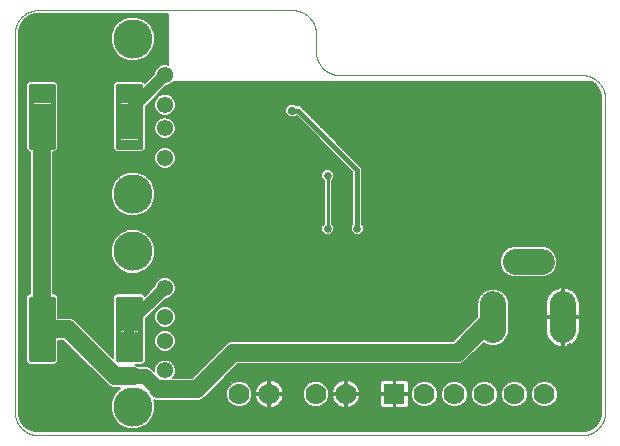
<source format=gbl>
G75*
%MOIN*%
%OFA0B0*%
%FSLAX25Y25*%
%IPPOS*%
%LPD*%
%AMOC8*
5,1,8,0,0,1.08239X$1,22.5*
%
%ADD10C,0.00000*%
%ADD11R,0.07000X0.07000*%
%ADD12C,0.07000*%
%ADD13C,0.13055*%
%ADD14C,0.05433*%
%ADD15C,0.08661*%
%ADD16C,0.01811*%
%ADD17C,0.02775*%
%ADD18C,0.02578*%
%ADD19C,0.01600*%
%ADD20C,0.00600*%
%ADD21C,0.15811*%
%ADD22C,0.01000*%
%ADD23C,0.04000*%
%ADD24C,0.05906*%
%ADD25C,0.05000*%
D10*
X0072397Y0058146D02*
X0253499Y0058146D01*
X0253689Y0058148D01*
X0253879Y0058155D01*
X0254069Y0058167D01*
X0254259Y0058183D01*
X0254448Y0058203D01*
X0254637Y0058229D01*
X0254825Y0058258D01*
X0255012Y0058293D01*
X0255198Y0058332D01*
X0255383Y0058375D01*
X0255568Y0058423D01*
X0255751Y0058475D01*
X0255932Y0058531D01*
X0256112Y0058592D01*
X0256291Y0058658D01*
X0256468Y0058727D01*
X0256644Y0058801D01*
X0256817Y0058879D01*
X0256989Y0058962D01*
X0257158Y0059048D01*
X0257326Y0059138D01*
X0257491Y0059233D01*
X0257654Y0059331D01*
X0257814Y0059434D01*
X0257972Y0059540D01*
X0258127Y0059650D01*
X0258280Y0059763D01*
X0258430Y0059881D01*
X0258576Y0060002D01*
X0258720Y0060126D01*
X0258861Y0060254D01*
X0258999Y0060385D01*
X0259134Y0060520D01*
X0259265Y0060658D01*
X0259393Y0060799D01*
X0259517Y0060943D01*
X0259638Y0061089D01*
X0259756Y0061239D01*
X0259869Y0061392D01*
X0259979Y0061547D01*
X0260085Y0061705D01*
X0260188Y0061865D01*
X0260286Y0062028D01*
X0260381Y0062193D01*
X0260471Y0062361D01*
X0260557Y0062530D01*
X0260640Y0062702D01*
X0260718Y0062875D01*
X0260792Y0063051D01*
X0260861Y0063228D01*
X0260927Y0063407D01*
X0260988Y0063587D01*
X0261044Y0063768D01*
X0261096Y0063951D01*
X0261144Y0064136D01*
X0261187Y0064321D01*
X0261226Y0064507D01*
X0261261Y0064694D01*
X0261290Y0064882D01*
X0261316Y0065071D01*
X0261336Y0065260D01*
X0261352Y0065450D01*
X0261364Y0065640D01*
X0261371Y0065830D01*
X0261373Y0066020D01*
X0261373Y0170350D01*
X0261371Y0170540D01*
X0261364Y0170730D01*
X0261352Y0170920D01*
X0261336Y0171110D01*
X0261316Y0171299D01*
X0261290Y0171488D01*
X0261261Y0171676D01*
X0261226Y0171863D01*
X0261187Y0172049D01*
X0261144Y0172234D01*
X0261096Y0172419D01*
X0261044Y0172602D01*
X0260988Y0172783D01*
X0260927Y0172963D01*
X0260861Y0173142D01*
X0260792Y0173319D01*
X0260718Y0173495D01*
X0260640Y0173668D01*
X0260557Y0173840D01*
X0260471Y0174009D01*
X0260381Y0174177D01*
X0260286Y0174342D01*
X0260188Y0174505D01*
X0260085Y0174665D01*
X0259979Y0174823D01*
X0259869Y0174978D01*
X0259756Y0175131D01*
X0259638Y0175281D01*
X0259517Y0175427D01*
X0259393Y0175571D01*
X0259265Y0175712D01*
X0259134Y0175850D01*
X0258999Y0175985D01*
X0258861Y0176116D01*
X0258720Y0176244D01*
X0258576Y0176368D01*
X0258430Y0176489D01*
X0258280Y0176607D01*
X0258127Y0176720D01*
X0257972Y0176830D01*
X0257814Y0176936D01*
X0257654Y0177039D01*
X0257491Y0177137D01*
X0257326Y0177232D01*
X0257158Y0177322D01*
X0256989Y0177408D01*
X0256817Y0177491D01*
X0256644Y0177569D01*
X0256468Y0177643D01*
X0256291Y0177712D01*
X0256112Y0177778D01*
X0255932Y0177839D01*
X0255751Y0177895D01*
X0255568Y0177947D01*
X0255383Y0177995D01*
X0255198Y0178038D01*
X0255012Y0178077D01*
X0254825Y0178112D01*
X0254637Y0178141D01*
X0254448Y0178167D01*
X0254259Y0178187D01*
X0254069Y0178203D01*
X0253879Y0178215D01*
X0253689Y0178222D01*
X0253499Y0178224D01*
X0172791Y0178224D01*
X0172601Y0178226D01*
X0172411Y0178233D01*
X0172221Y0178245D01*
X0172031Y0178261D01*
X0171842Y0178281D01*
X0171653Y0178307D01*
X0171465Y0178336D01*
X0171278Y0178371D01*
X0171092Y0178410D01*
X0170907Y0178453D01*
X0170722Y0178501D01*
X0170539Y0178553D01*
X0170358Y0178609D01*
X0170178Y0178670D01*
X0169999Y0178736D01*
X0169822Y0178805D01*
X0169646Y0178879D01*
X0169473Y0178957D01*
X0169301Y0179040D01*
X0169132Y0179126D01*
X0168964Y0179216D01*
X0168799Y0179311D01*
X0168636Y0179409D01*
X0168476Y0179512D01*
X0168318Y0179618D01*
X0168163Y0179728D01*
X0168010Y0179841D01*
X0167860Y0179959D01*
X0167714Y0180080D01*
X0167570Y0180204D01*
X0167429Y0180332D01*
X0167291Y0180463D01*
X0167156Y0180598D01*
X0167025Y0180736D01*
X0166897Y0180877D01*
X0166773Y0181021D01*
X0166652Y0181167D01*
X0166534Y0181317D01*
X0166421Y0181470D01*
X0166311Y0181625D01*
X0166205Y0181783D01*
X0166102Y0181943D01*
X0166004Y0182106D01*
X0165909Y0182271D01*
X0165819Y0182439D01*
X0165733Y0182608D01*
X0165650Y0182780D01*
X0165572Y0182953D01*
X0165498Y0183129D01*
X0165429Y0183306D01*
X0165363Y0183485D01*
X0165302Y0183665D01*
X0165246Y0183846D01*
X0165194Y0184029D01*
X0165146Y0184214D01*
X0165103Y0184399D01*
X0165064Y0184585D01*
X0165029Y0184772D01*
X0165000Y0184960D01*
X0164974Y0185149D01*
X0164954Y0185338D01*
X0164938Y0185528D01*
X0164926Y0185718D01*
X0164919Y0185908D01*
X0164917Y0186098D01*
X0164917Y0192004D01*
X0164915Y0192194D01*
X0164908Y0192384D01*
X0164896Y0192574D01*
X0164880Y0192764D01*
X0164860Y0192953D01*
X0164834Y0193142D01*
X0164805Y0193330D01*
X0164770Y0193517D01*
X0164731Y0193703D01*
X0164688Y0193888D01*
X0164640Y0194073D01*
X0164588Y0194256D01*
X0164532Y0194437D01*
X0164471Y0194617D01*
X0164405Y0194796D01*
X0164336Y0194973D01*
X0164262Y0195149D01*
X0164184Y0195322D01*
X0164101Y0195494D01*
X0164015Y0195663D01*
X0163925Y0195831D01*
X0163830Y0195996D01*
X0163732Y0196159D01*
X0163629Y0196319D01*
X0163523Y0196477D01*
X0163413Y0196632D01*
X0163300Y0196785D01*
X0163182Y0196935D01*
X0163061Y0197081D01*
X0162937Y0197225D01*
X0162809Y0197366D01*
X0162678Y0197504D01*
X0162543Y0197639D01*
X0162405Y0197770D01*
X0162264Y0197898D01*
X0162120Y0198022D01*
X0161974Y0198143D01*
X0161824Y0198261D01*
X0161671Y0198374D01*
X0161516Y0198484D01*
X0161358Y0198590D01*
X0161198Y0198693D01*
X0161035Y0198791D01*
X0160870Y0198886D01*
X0160702Y0198976D01*
X0160533Y0199062D01*
X0160361Y0199145D01*
X0160188Y0199223D01*
X0160012Y0199297D01*
X0159835Y0199366D01*
X0159656Y0199432D01*
X0159476Y0199493D01*
X0159295Y0199549D01*
X0159112Y0199601D01*
X0158927Y0199649D01*
X0158742Y0199692D01*
X0158556Y0199731D01*
X0158369Y0199766D01*
X0158181Y0199795D01*
X0157992Y0199821D01*
X0157803Y0199841D01*
X0157613Y0199857D01*
X0157423Y0199869D01*
X0157233Y0199876D01*
X0157043Y0199878D01*
X0072397Y0199878D01*
X0072207Y0199876D01*
X0072017Y0199869D01*
X0071827Y0199857D01*
X0071637Y0199841D01*
X0071448Y0199821D01*
X0071259Y0199795D01*
X0071071Y0199766D01*
X0070884Y0199731D01*
X0070698Y0199692D01*
X0070513Y0199649D01*
X0070328Y0199601D01*
X0070145Y0199549D01*
X0069964Y0199493D01*
X0069784Y0199432D01*
X0069605Y0199366D01*
X0069428Y0199297D01*
X0069252Y0199223D01*
X0069079Y0199145D01*
X0068907Y0199062D01*
X0068738Y0198976D01*
X0068570Y0198886D01*
X0068405Y0198791D01*
X0068242Y0198693D01*
X0068082Y0198590D01*
X0067924Y0198484D01*
X0067769Y0198374D01*
X0067616Y0198261D01*
X0067466Y0198143D01*
X0067320Y0198022D01*
X0067176Y0197898D01*
X0067035Y0197770D01*
X0066897Y0197639D01*
X0066762Y0197504D01*
X0066631Y0197366D01*
X0066503Y0197225D01*
X0066379Y0197081D01*
X0066258Y0196935D01*
X0066140Y0196785D01*
X0066027Y0196632D01*
X0065917Y0196477D01*
X0065811Y0196319D01*
X0065708Y0196159D01*
X0065610Y0195996D01*
X0065515Y0195831D01*
X0065425Y0195663D01*
X0065339Y0195494D01*
X0065256Y0195322D01*
X0065178Y0195149D01*
X0065104Y0194973D01*
X0065035Y0194796D01*
X0064969Y0194617D01*
X0064908Y0194437D01*
X0064852Y0194256D01*
X0064800Y0194073D01*
X0064752Y0193888D01*
X0064709Y0193703D01*
X0064670Y0193517D01*
X0064635Y0193330D01*
X0064606Y0193142D01*
X0064580Y0192953D01*
X0064560Y0192764D01*
X0064544Y0192574D01*
X0064532Y0192384D01*
X0064525Y0192194D01*
X0064523Y0192004D01*
X0064523Y0066020D01*
X0064525Y0065830D01*
X0064532Y0065640D01*
X0064544Y0065450D01*
X0064560Y0065260D01*
X0064580Y0065071D01*
X0064606Y0064882D01*
X0064635Y0064694D01*
X0064670Y0064507D01*
X0064709Y0064321D01*
X0064752Y0064136D01*
X0064800Y0063951D01*
X0064852Y0063768D01*
X0064908Y0063587D01*
X0064969Y0063407D01*
X0065035Y0063228D01*
X0065104Y0063051D01*
X0065178Y0062875D01*
X0065256Y0062702D01*
X0065339Y0062530D01*
X0065425Y0062361D01*
X0065515Y0062193D01*
X0065610Y0062028D01*
X0065708Y0061865D01*
X0065811Y0061705D01*
X0065917Y0061547D01*
X0066027Y0061392D01*
X0066140Y0061239D01*
X0066258Y0061089D01*
X0066379Y0060943D01*
X0066503Y0060799D01*
X0066631Y0060658D01*
X0066762Y0060520D01*
X0066897Y0060385D01*
X0067035Y0060254D01*
X0067176Y0060126D01*
X0067320Y0060002D01*
X0067466Y0059881D01*
X0067616Y0059763D01*
X0067769Y0059650D01*
X0067924Y0059540D01*
X0068082Y0059434D01*
X0068242Y0059331D01*
X0068405Y0059233D01*
X0068570Y0059138D01*
X0068738Y0059048D01*
X0068907Y0058962D01*
X0069079Y0058879D01*
X0069252Y0058801D01*
X0069428Y0058727D01*
X0069605Y0058658D01*
X0069784Y0058592D01*
X0069964Y0058531D01*
X0070145Y0058475D01*
X0070328Y0058423D01*
X0070513Y0058375D01*
X0070698Y0058332D01*
X0070884Y0058293D01*
X0071071Y0058258D01*
X0071259Y0058229D01*
X0071448Y0058203D01*
X0071637Y0058183D01*
X0071827Y0058167D01*
X0072017Y0058155D01*
X0072207Y0058148D01*
X0072397Y0058146D01*
D11*
X0191098Y0071925D03*
D12*
X0201098Y0071925D03*
X0211098Y0071925D03*
X0221098Y0071925D03*
X0231098Y0071925D03*
X0241098Y0071925D03*
X0174917Y0071925D03*
X0164917Y0071925D03*
X0149326Y0071925D03*
X0139326Y0071925D03*
D13*
X0103893Y0067713D03*
X0103893Y0119445D03*
X0103893Y0138579D03*
X0103893Y0190311D03*
D14*
X0114562Y0178224D03*
X0114562Y0168382D03*
X0114562Y0160508D03*
X0114562Y0150665D03*
X0114562Y0107358D03*
X0114562Y0097516D03*
X0114562Y0089642D03*
X0114562Y0079799D03*
D15*
X0223972Y0093185D02*
X0223972Y0101846D01*
X0231452Y0116020D02*
X0240113Y0116020D01*
X0247200Y0101846D02*
X0247200Y0093185D01*
D16*
X0106334Y0083461D02*
X0099090Y0083461D01*
X0099090Y0103697D01*
X0106334Y0103697D01*
X0106334Y0083461D01*
X0106334Y0085181D02*
X0099090Y0085181D01*
X0099090Y0086901D02*
X0106334Y0086901D01*
X0106334Y0088621D02*
X0099090Y0088621D01*
X0099090Y0090341D02*
X0106334Y0090341D01*
X0106334Y0092061D02*
X0099090Y0092061D01*
X0099090Y0093781D02*
X0106334Y0093781D01*
X0106334Y0095501D02*
X0099090Y0095501D01*
X0099090Y0097221D02*
X0106334Y0097221D01*
X0106334Y0098941D02*
X0099090Y0098941D01*
X0099090Y0100661D02*
X0106334Y0100661D01*
X0106334Y0102381D02*
X0099090Y0102381D01*
X0077200Y0083461D02*
X0069956Y0083461D01*
X0069956Y0103697D01*
X0077200Y0103697D01*
X0077200Y0083461D01*
X0077200Y0085181D02*
X0069956Y0085181D01*
X0069956Y0086901D02*
X0077200Y0086901D01*
X0077200Y0088621D02*
X0069956Y0088621D01*
X0069956Y0090341D02*
X0077200Y0090341D01*
X0077200Y0092061D02*
X0069956Y0092061D01*
X0069956Y0093781D02*
X0077200Y0093781D01*
X0077200Y0095501D02*
X0069956Y0095501D01*
X0069956Y0097221D02*
X0077200Y0097221D01*
X0077200Y0098941D02*
X0069956Y0098941D01*
X0069956Y0100661D02*
X0077200Y0100661D01*
X0077200Y0102381D02*
X0069956Y0102381D01*
X0069956Y0154327D02*
X0077200Y0154327D01*
X0069956Y0154327D02*
X0069956Y0174563D01*
X0077200Y0174563D01*
X0077200Y0154327D01*
X0077200Y0156047D02*
X0069956Y0156047D01*
X0069956Y0157767D02*
X0077200Y0157767D01*
X0077200Y0159487D02*
X0069956Y0159487D01*
X0069956Y0161207D02*
X0077200Y0161207D01*
X0077200Y0162927D02*
X0069956Y0162927D01*
X0069956Y0164647D02*
X0077200Y0164647D01*
X0077200Y0166367D02*
X0069956Y0166367D01*
X0069956Y0168087D02*
X0077200Y0168087D01*
X0077200Y0169807D02*
X0069956Y0169807D01*
X0069956Y0171527D02*
X0077200Y0171527D01*
X0077200Y0173247D02*
X0069956Y0173247D01*
X0099090Y0154327D02*
X0106334Y0154327D01*
X0099090Y0154327D02*
X0099090Y0174563D01*
X0106334Y0174563D01*
X0106334Y0154327D01*
X0106334Y0156047D02*
X0099090Y0156047D01*
X0099090Y0157767D02*
X0106334Y0157767D01*
X0106334Y0159487D02*
X0099090Y0159487D01*
X0099090Y0161207D02*
X0106334Y0161207D01*
X0106334Y0162927D02*
X0099090Y0162927D01*
X0099090Y0164647D02*
X0106334Y0164647D01*
X0106334Y0166367D02*
X0099090Y0166367D01*
X0099090Y0168087D02*
X0106334Y0168087D01*
X0106334Y0169807D02*
X0099090Y0169807D01*
X0099090Y0171527D02*
X0106334Y0171527D01*
X0106334Y0173247D02*
X0099090Y0173247D01*
D17*
X0157043Y0166413D03*
D18*
X0168854Y0162476D03*
X0170822Y0170350D03*
X0182633Y0166413D03*
X0182633Y0158539D03*
X0182633Y0150665D03*
X0182633Y0142791D03*
X0194444Y0140823D03*
X0202318Y0140823D03*
X0214129Y0142791D03*
X0214129Y0150665D03*
X0214129Y0158539D03*
X0214129Y0166413D03*
X0202318Y0168382D03*
X0194444Y0168382D03*
X0227909Y0174287D03*
X0245625Y0148697D03*
X0222003Y0130980D03*
X0186570Y0130980D03*
X0178696Y0127043D03*
X0180665Y0121138D03*
X0168854Y0127043D03*
X0171291Y0135480D03*
X0168854Y0144760D03*
X0149169Y0146728D03*
X0132554Y0153177D03*
X0129484Y0156571D03*
X0129484Y0160508D03*
X0117673Y0156571D03*
X0076334Y0190035D03*
X0068460Y0134917D03*
X0130586Y0102083D03*
X0130586Y0098146D03*
X0134523Y0098146D03*
X0149169Y0091610D03*
X0162948Y0097516D03*
X0151137Y0079799D03*
X0157043Y0073894D03*
X0139326Y0079799D03*
X0117673Y0085705D03*
X0186570Y0091610D03*
X0225940Y0066020D03*
X0251531Y0067988D03*
X0249562Y0087673D03*
D19*
X0178696Y0127043D02*
X0178696Y0146728D01*
X0159011Y0166413D01*
X0157043Y0166413D01*
D20*
X0069412Y0060162D02*
X0067748Y0061371D01*
X0066539Y0063035D01*
X0065904Y0064991D01*
X0065823Y0066020D01*
X0065823Y0192004D01*
X0065904Y0193032D01*
X0066539Y0194988D01*
X0067748Y0196652D01*
X0069412Y0197861D01*
X0071369Y0198497D01*
X0072397Y0198578D01*
X0115704Y0198578D01*
X0115704Y0181666D01*
X0115282Y0181841D01*
X0113843Y0181841D01*
X0112514Y0181290D01*
X0111496Y0180273D01*
X0110946Y0178944D01*
X0110946Y0178709D01*
X0107843Y0175607D01*
X0107082Y0176368D01*
X0098342Y0176368D01*
X0097284Y0175311D01*
X0097284Y0153579D01*
X0098342Y0152521D01*
X0107082Y0152521D01*
X0108139Y0153579D01*
X0108139Y0167700D01*
X0115047Y0174608D01*
X0115282Y0174608D01*
X0116611Y0175158D01*
X0117408Y0175956D01*
X0256831Y0175956D01*
X0258148Y0174999D01*
X0259357Y0173335D01*
X0259992Y0171379D01*
X0260073Y0170350D01*
X0260073Y0066020D01*
X0259992Y0064991D01*
X0259357Y0063035D01*
X0258148Y0061371D01*
X0256484Y0060162D01*
X0254528Y0059527D01*
X0253499Y0059446D01*
X0072397Y0059446D01*
X0071369Y0059527D01*
X0069412Y0060162D01*
X0068893Y0060540D02*
X0101801Y0060540D01*
X0102416Y0060285D02*
X0105370Y0060285D01*
X0108100Y0061416D01*
X0110190Y0063505D01*
X0111321Y0066235D01*
X0111321Y0069190D01*
X0111026Y0069900D01*
X0111565Y0069677D01*
X0125949Y0069677D01*
X0127365Y0070264D01*
X0128449Y0071348D01*
X0138953Y0081852D01*
X0212927Y0081852D01*
X0214343Y0082439D01*
X0215427Y0083522D01*
X0220832Y0088927D01*
X0221009Y0088751D01*
X0222931Y0087954D01*
X0225012Y0087954D01*
X0226935Y0088751D01*
X0228406Y0090222D01*
X0229202Y0092145D01*
X0229202Y0102887D01*
X0228406Y0104809D01*
X0226935Y0106281D01*
X0225012Y0107077D01*
X0222931Y0107077D01*
X0221009Y0106281D01*
X0219537Y0104809D01*
X0218741Y0102887D01*
X0218741Y0097734D01*
X0210565Y0089557D01*
X0136591Y0089557D01*
X0135175Y0088971D01*
X0123587Y0077383D01*
X0117260Y0077383D01*
X0117628Y0077751D01*
X0118179Y0079080D01*
X0118179Y0080519D01*
X0117628Y0081848D01*
X0116611Y0082865D01*
X0115282Y0083416D01*
X0113843Y0083416D01*
X0112514Y0082865D01*
X0111496Y0081848D01*
X0110946Y0080519D01*
X0110946Y0079724D01*
X0109957Y0080713D01*
X0108707Y0081231D01*
X0105752Y0081231D01*
X0104728Y0081655D01*
X0107082Y0081655D01*
X0108139Y0082713D01*
X0108139Y0096834D01*
X0115047Y0103742D01*
X0115282Y0103742D01*
X0116611Y0104292D01*
X0117628Y0105310D01*
X0118179Y0106639D01*
X0118179Y0108078D01*
X0117628Y0109407D01*
X0116611Y0110424D01*
X0115282Y0110975D01*
X0113843Y0110975D01*
X0112514Y0110424D01*
X0111496Y0109407D01*
X0110946Y0108078D01*
X0110946Y0107843D01*
X0107843Y0104741D01*
X0107082Y0105502D01*
X0098342Y0105502D01*
X0097284Y0104445D01*
X0097284Y0083982D01*
X0084422Y0096845D01*
X0083006Y0097431D01*
X0079006Y0097431D01*
X0079006Y0104445D01*
X0077948Y0105502D01*
X0077431Y0105502D01*
X0077431Y0152521D01*
X0077948Y0152521D01*
X0079006Y0153579D01*
X0079006Y0175311D01*
X0077948Y0176368D01*
X0069208Y0176368D01*
X0068150Y0175311D01*
X0068150Y0153579D01*
X0069208Y0152521D01*
X0069725Y0152521D01*
X0069725Y0105502D01*
X0069208Y0105502D01*
X0068150Y0104445D01*
X0068150Y0082713D01*
X0069208Y0081655D01*
X0077948Y0081655D01*
X0079006Y0082713D01*
X0079006Y0089726D01*
X0080644Y0089726D01*
X0095805Y0074564D01*
X0097221Y0073978D01*
X0099654Y0073978D01*
X0097596Y0071920D01*
X0096465Y0069190D01*
X0096465Y0066235D01*
X0097596Y0063505D01*
X0099686Y0061416D01*
X0102416Y0060285D01*
X0100356Y0061138D02*
X0068069Y0061138D01*
X0067483Y0061737D02*
X0099365Y0061737D01*
X0098766Y0062335D02*
X0067048Y0062335D01*
X0066613Y0062934D02*
X0098168Y0062934D01*
X0097585Y0063532D02*
X0066378Y0063532D01*
X0066183Y0064131D02*
X0097337Y0064131D01*
X0097089Y0064729D02*
X0065989Y0064729D01*
X0065877Y0065328D02*
X0096841Y0065328D01*
X0096593Y0065926D02*
X0065830Y0065926D01*
X0065823Y0066525D02*
X0096465Y0066525D01*
X0096465Y0067123D02*
X0065823Y0067123D01*
X0065823Y0067722D02*
X0096465Y0067722D01*
X0096465Y0068320D02*
X0065823Y0068320D01*
X0065823Y0068919D02*
X0096465Y0068919D01*
X0096601Y0069517D02*
X0065823Y0069517D01*
X0065823Y0070116D02*
X0096849Y0070116D01*
X0097097Y0070714D02*
X0065823Y0070714D01*
X0065823Y0071313D02*
X0097345Y0071313D01*
X0097593Y0071911D02*
X0065823Y0071911D01*
X0065823Y0072510D02*
X0098186Y0072510D01*
X0098785Y0073108D02*
X0065823Y0073108D01*
X0065823Y0073707D02*
X0099383Y0073707D01*
X0096430Y0074305D02*
X0065823Y0074305D01*
X0065823Y0074904D02*
X0095466Y0074904D01*
X0094867Y0075502D02*
X0065823Y0075502D01*
X0065823Y0076101D02*
X0094269Y0076101D01*
X0093670Y0076700D02*
X0065823Y0076700D01*
X0065823Y0077298D02*
X0093072Y0077298D01*
X0092473Y0077897D02*
X0065823Y0077897D01*
X0065823Y0078495D02*
X0091874Y0078495D01*
X0091276Y0079094D02*
X0065823Y0079094D01*
X0065823Y0079692D02*
X0090677Y0079692D01*
X0090079Y0080291D02*
X0065823Y0080291D01*
X0065823Y0080889D02*
X0089480Y0080889D01*
X0088882Y0081488D02*
X0065823Y0081488D01*
X0065823Y0082086D02*
X0068777Y0082086D01*
X0068179Y0082685D02*
X0065823Y0082685D01*
X0065823Y0083283D02*
X0068150Y0083283D01*
X0068150Y0083882D02*
X0065823Y0083882D01*
X0065823Y0084480D02*
X0068150Y0084480D01*
X0068150Y0085079D02*
X0065823Y0085079D01*
X0065823Y0085677D02*
X0068150Y0085677D01*
X0068150Y0086276D02*
X0065823Y0086276D01*
X0065823Y0086874D02*
X0068150Y0086874D01*
X0068150Y0087473D02*
X0065823Y0087473D01*
X0065823Y0088071D02*
X0068150Y0088071D01*
X0068150Y0088670D02*
X0065823Y0088670D01*
X0065823Y0089268D02*
X0068150Y0089268D01*
X0068150Y0089867D02*
X0065823Y0089867D01*
X0065823Y0090465D02*
X0068150Y0090465D01*
X0068150Y0091064D02*
X0065823Y0091064D01*
X0065823Y0091662D02*
X0068150Y0091662D01*
X0068150Y0092261D02*
X0065823Y0092261D01*
X0065823Y0092859D02*
X0068150Y0092859D01*
X0068150Y0093458D02*
X0065823Y0093458D01*
X0065823Y0094056D02*
X0068150Y0094056D01*
X0068150Y0094655D02*
X0065823Y0094655D01*
X0065823Y0095253D02*
X0068150Y0095253D01*
X0068150Y0095852D02*
X0065823Y0095852D01*
X0065823Y0096450D02*
X0068150Y0096450D01*
X0068150Y0097049D02*
X0065823Y0097049D01*
X0065823Y0097647D02*
X0068150Y0097647D01*
X0068150Y0098246D02*
X0065823Y0098246D01*
X0065823Y0098844D02*
X0068150Y0098844D01*
X0068150Y0099443D02*
X0065823Y0099443D01*
X0065823Y0100041D02*
X0068150Y0100041D01*
X0068150Y0100640D02*
X0065823Y0100640D01*
X0065823Y0101238D02*
X0068150Y0101238D01*
X0068150Y0101837D02*
X0065823Y0101837D01*
X0065823Y0102436D02*
X0068150Y0102436D01*
X0068150Y0103034D02*
X0065823Y0103034D01*
X0065823Y0103633D02*
X0068150Y0103633D01*
X0068150Y0104231D02*
X0065823Y0104231D01*
X0065823Y0104830D02*
X0068535Y0104830D01*
X0069134Y0105428D02*
X0065823Y0105428D01*
X0065823Y0106027D02*
X0069725Y0106027D01*
X0069725Y0106625D02*
X0065823Y0106625D01*
X0065823Y0107224D02*
X0069725Y0107224D01*
X0069725Y0107822D02*
X0065823Y0107822D01*
X0065823Y0108421D02*
X0069725Y0108421D01*
X0069725Y0109019D02*
X0065823Y0109019D01*
X0065823Y0109618D02*
X0069725Y0109618D01*
X0069725Y0110216D02*
X0065823Y0110216D01*
X0065823Y0110815D02*
X0069725Y0110815D01*
X0069725Y0111413D02*
X0065823Y0111413D01*
X0065823Y0112012D02*
X0069725Y0112012D01*
X0069725Y0112610D02*
X0065823Y0112610D01*
X0065823Y0113209D02*
X0069725Y0113209D01*
X0069725Y0113807D02*
X0065823Y0113807D01*
X0065823Y0114406D02*
X0069725Y0114406D01*
X0069725Y0115004D02*
X0065823Y0115004D01*
X0065823Y0115603D02*
X0069725Y0115603D01*
X0069725Y0116201D02*
X0065823Y0116201D01*
X0065823Y0116800D02*
X0069725Y0116800D01*
X0069725Y0117398D02*
X0065823Y0117398D01*
X0065823Y0117997D02*
X0069725Y0117997D01*
X0069725Y0118595D02*
X0065823Y0118595D01*
X0065823Y0119194D02*
X0069725Y0119194D01*
X0069725Y0119792D02*
X0065823Y0119792D01*
X0065823Y0120391D02*
X0069725Y0120391D01*
X0069725Y0120989D02*
X0065823Y0120989D01*
X0065823Y0121588D02*
X0069725Y0121588D01*
X0069725Y0122186D02*
X0065823Y0122186D01*
X0065823Y0122785D02*
X0069725Y0122785D01*
X0069725Y0123383D02*
X0065823Y0123383D01*
X0065823Y0123982D02*
X0069725Y0123982D01*
X0069725Y0124580D02*
X0065823Y0124580D01*
X0065823Y0125179D02*
X0069725Y0125179D01*
X0069725Y0125777D02*
X0065823Y0125777D01*
X0065823Y0126376D02*
X0069725Y0126376D01*
X0069725Y0126974D02*
X0065823Y0126974D01*
X0065823Y0127573D02*
X0069725Y0127573D01*
X0069725Y0128171D02*
X0065823Y0128171D01*
X0065823Y0128770D02*
X0069725Y0128770D01*
X0069725Y0129369D02*
X0065823Y0129369D01*
X0065823Y0129967D02*
X0069725Y0129967D01*
X0069725Y0130566D02*
X0065823Y0130566D01*
X0065823Y0131164D02*
X0069725Y0131164D01*
X0069725Y0131763D02*
X0065823Y0131763D01*
X0065823Y0132361D02*
X0069725Y0132361D01*
X0069725Y0132960D02*
X0065823Y0132960D01*
X0065823Y0133558D02*
X0069725Y0133558D01*
X0069725Y0134157D02*
X0065823Y0134157D01*
X0065823Y0134755D02*
X0069725Y0134755D01*
X0069725Y0135354D02*
X0065823Y0135354D01*
X0065823Y0135952D02*
X0069725Y0135952D01*
X0069725Y0136551D02*
X0065823Y0136551D01*
X0065823Y0137149D02*
X0069725Y0137149D01*
X0069725Y0137748D02*
X0065823Y0137748D01*
X0065823Y0138346D02*
X0069725Y0138346D01*
X0069725Y0138945D02*
X0065823Y0138945D01*
X0065823Y0139543D02*
X0069725Y0139543D01*
X0069725Y0140142D02*
X0065823Y0140142D01*
X0065823Y0140740D02*
X0069725Y0140740D01*
X0069725Y0141339D02*
X0065823Y0141339D01*
X0065823Y0141937D02*
X0069725Y0141937D01*
X0069725Y0142536D02*
X0065823Y0142536D01*
X0065823Y0143134D02*
X0069725Y0143134D01*
X0069725Y0143733D02*
X0065823Y0143733D01*
X0065823Y0144331D02*
X0069725Y0144331D01*
X0069725Y0144930D02*
X0065823Y0144930D01*
X0065823Y0145528D02*
X0069725Y0145528D01*
X0069725Y0146127D02*
X0065823Y0146127D01*
X0065823Y0146725D02*
X0069725Y0146725D01*
X0069725Y0147324D02*
X0065823Y0147324D01*
X0065823Y0147922D02*
X0069725Y0147922D01*
X0069725Y0148521D02*
X0065823Y0148521D01*
X0065823Y0149119D02*
X0069725Y0149119D01*
X0069725Y0149718D02*
X0065823Y0149718D01*
X0065823Y0150316D02*
X0069725Y0150316D01*
X0069725Y0150915D02*
X0065823Y0150915D01*
X0065823Y0151513D02*
X0069725Y0151513D01*
X0069725Y0152112D02*
X0065823Y0152112D01*
X0065823Y0152710D02*
X0069019Y0152710D01*
X0068420Y0153309D02*
X0065823Y0153309D01*
X0065823Y0153907D02*
X0068150Y0153907D01*
X0068150Y0154506D02*
X0065823Y0154506D01*
X0065823Y0155105D02*
X0068150Y0155105D01*
X0068150Y0155703D02*
X0065823Y0155703D01*
X0065823Y0156302D02*
X0068150Y0156302D01*
X0068150Y0156900D02*
X0065823Y0156900D01*
X0065823Y0157499D02*
X0068150Y0157499D01*
X0068150Y0158097D02*
X0065823Y0158097D01*
X0065823Y0158696D02*
X0068150Y0158696D01*
X0068150Y0159294D02*
X0065823Y0159294D01*
X0065823Y0159893D02*
X0068150Y0159893D01*
X0068150Y0160491D02*
X0065823Y0160491D01*
X0065823Y0161090D02*
X0068150Y0161090D01*
X0068150Y0161688D02*
X0065823Y0161688D01*
X0065823Y0162287D02*
X0068150Y0162287D01*
X0068150Y0162885D02*
X0065823Y0162885D01*
X0065823Y0163484D02*
X0068150Y0163484D01*
X0068150Y0164082D02*
X0065823Y0164082D01*
X0065823Y0164681D02*
X0068150Y0164681D01*
X0068150Y0165279D02*
X0065823Y0165279D01*
X0065823Y0165878D02*
X0068150Y0165878D01*
X0068150Y0166476D02*
X0065823Y0166476D01*
X0065823Y0167075D02*
X0068150Y0167075D01*
X0068150Y0167673D02*
X0065823Y0167673D01*
X0065823Y0168272D02*
X0068150Y0168272D01*
X0068150Y0168870D02*
X0065823Y0168870D01*
X0065823Y0169469D02*
X0068150Y0169469D01*
X0068150Y0170067D02*
X0065823Y0170067D01*
X0065823Y0170666D02*
X0068150Y0170666D01*
X0068150Y0171264D02*
X0065823Y0171264D01*
X0065823Y0171863D02*
X0068150Y0171863D01*
X0068150Y0172461D02*
X0065823Y0172461D01*
X0065823Y0173060D02*
X0068150Y0173060D01*
X0068150Y0173658D02*
X0065823Y0173658D01*
X0065823Y0174257D02*
X0068150Y0174257D01*
X0068150Y0174855D02*
X0065823Y0174855D01*
X0065823Y0175454D02*
X0068294Y0175454D01*
X0068892Y0176052D02*
X0065823Y0176052D01*
X0065823Y0176651D02*
X0108888Y0176651D01*
X0109486Y0177249D02*
X0065823Y0177249D01*
X0065823Y0177848D02*
X0110085Y0177848D01*
X0110683Y0178446D02*
X0065823Y0178446D01*
X0065823Y0179045D02*
X0110988Y0179045D01*
X0111236Y0179643D02*
X0065823Y0179643D01*
X0065823Y0180242D02*
X0111483Y0180242D01*
X0112064Y0180840D02*
X0065823Y0180840D01*
X0065823Y0181439D02*
X0112873Y0181439D01*
X0115704Y0182038D02*
X0065823Y0182038D01*
X0065823Y0182636D02*
X0115704Y0182636D01*
X0115704Y0183235D02*
X0106218Y0183235D01*
X0105370Y0182883D02*
X0108100Y0184014D01*
X0110190Y0186104D01*
X0111321Y0188834D01*
X0111321Y0191788D01*
X0110190Y0194518D01*
X0108100Y0196608D01*
X0105370Y0197739D01*
X0102416Y0197739D01*
X0099686Y0196608D01*
X0097596Y0194518D01*
X0096465Y0191788D01*
X0096465Y0188834D01*
X0097596Y0186104D01*
X0099686Y0184014D01*
X0102416Y0182883D01*
X0105370Y0182883D01*
X0107663Y0183833D02*
X0115704Y0183833D01*
X0115704Y0184432D02*
X0108518Y0184432D01*
X0109116Y0185030D02*
X0115704Y0185030D01*
X0115704Y0185629D02*
X0109715Y0185629D01*
X0110241Y0186227D02*
X0115704Y0186227D01*
X0115704Y0186826D02*
X0110489Y0186826D01*
X0110737Y0187424D02*
X0115704Y0187424D01*
X0115704Y0188023D02*
X0110985Y0188023D01*
X0111233Y0188621D02*
X0115704Y0188621D01*
X0115704Y0189220D02*
X0111321Y0189220D01*
X0111321Y0189818D02*
X0115704Y0189818D01*
X0115704Y0190417D02*
X0111321Y0190417D01*
X0111321Y0191015D02*
X0115704Y0191015D01*
X0115704Y0191614D02*
X0111321Y0191614D01*
X0111145Y0192212D02*
X0115704Y0192212D01*
X0115704Y0192811D02*
X0110897Y0192811D01*
X0110649Y0193409D02*
X0115704Y0193409D01*
X0115704Y0194008D02*
X0110401Y0194008D01*
X0110102Y0194606D02*
X0115704Y0194606D01*
X0115704Y0195205D02*
X0109503Y0195205D01*
X0108905Y0195803D02*
X0115704Y0195803D01*
X0115704Y0196402D02*
X0108306Y0196402D01*
X0107153Y0197000D02*
X0115704Y0197000D01*
X0115704Y0197599D02*
X0105708Y0197599D01*
X0102078Y0197599D02*
X0069051Y0197599D01*
X0068227Y0197000D02*
X0100633Y0197000D01*
X0099480Y0196402D02*
X0067566Y0196402D01*
X0067131Y0195803D02*
X0098881Y0195803D01*
X0098283Y0195205D02*
X0066697Y0195205D01*
X0066415Y0194606D02*
X0097684Y0194606D01*
X0097385Y0194008D02*
X0066221Y0194008D01*
X0066026Y0193409D02*
X0097137Y0193409D01*
X0096889Y0192811D02*
X0065886Y0192811D01*
X0065839Y0192212D02*
X0096641Y0192212D01*
X0096465Y0191614D02*
X0065823Y0191614D01*
X0065823Y0191015D02*
X0096465Y0191015D01*
X0096465Y0190417D02*
X0065823Y0190417D01*
X0065823Y0189818D02*
X0096465Y0189818D01*
X0096465Y0189220D02*
X0065823Y0189220D01*
X0065823Y0188621D02*
X0096553Y0188621D01*
X0096801Y0188023D02*
X0065823Y0188023D01*
X0065823Y0187424D02*
X0097049Y0187424D01*
X0097297Y0186826D02*
X0065823Y0186826D01*
X0065823Y0186227D02*
X0097545Y0186227D01*
X0098071Y0185629D02*
X0065823Y0185629D01*
X0065823Y0185030D02*
X0098670Y0185030D01*
X0099268Y0184432D02*
X0065823Y0184432D01*
X0065823Y0183833D02*
X0100123Y0183833D01*
X0101568Y0183235D02*
X0065823Y0183235D01*
X0078264Y0176052D02*
X0098026Y0176052D01*
X0097427Y0175454D02*
X0078863Y0175454D01*
X0079006Y0174855D02*
X0097284Y0174855D01*
X0097284Y0174257D02*
X0079006Y0174257D01*
X0079006Y0173658D02*
X0097284Y0173658D01*
X0097284Y0173060D02*
X0079006Y0173060D01*
X0079006Y0172461D02*
X0097284Y0172461D01*
X0097284Y0171863D02*
X0079006Y0171863D01*
X0079006Y0171264D02*
X0097284Y0171264D01*
X0097284Y0170666D02*
X0079006Y0170666D01*
X0079006Y0170067D02*
X0097284Y0170067D01*
X0097284Y0169469D02*
X0079006Y0169469D01*
X0079006Y0168870D02*
X0097284Y0168870D01*
X0097284Y0168272D02*
X0079006Y0168272D01*
X0079006Y0167673D02*
X0097284Y0167673D01*
X0097284Y0167075D02*
X0079006Y0167075D01*
X0079006Y0166476D02*
X0097284Y0166476D01*
X0097284Y0165878D02*
X0079006Y0165878D01*
X0079006Y0165279D02*
X0097284Y0165279D01*
X0097284Y0164681D02*
X0079006Y0164681D01*
X0079006Y0164082D02*
X0097284Y0164082D01*
X0097284Y0163484D02*
X0079006Y0163484D01*
X0079006Y0162885D02*
X0097284Y0162885D01*
X0097284Y0162287D02*
X0079006Y0162287D01*
X0079006Y0161688D02*
X0097284Y0161688D01*
X0097284Y0161090D02*
X0079006Y0161090D01*
X0079006Y0160491D02*
X0097284Y0160491D01*
X0097284Y0159893D02*
X0079006Y0159893D01*
X0079006Y0159294D02*
X0097284Y0159294D01*
X0097284Y0158696D02*
X0079006Y0158696D01*
X0079006Y0158097D02*
X0097284Y0158097D01*
X0097284Y0157499D02*
X0079006Y0157499D01*
X0079006Y0156900D02*
X0097284Y0156900D01*
X0097284Y0156302D02*
X0079006Y0156302D01*
X0079006Y0155703D02*
X0097284Y0155703D01*
X0097284Y0155105D02*
X0079006Y0155105D01*
X0079006Y0154506D02*
X0097284Y0154506D01*
X0097284Y0153907D02*
X0079006Y0153907D01*
X0078736Y0153309D02*
X0097554Y0153309D01*
X0098153Y0152710D02*
X0078137Y0152710D01*
X0077431Y0152112D02*
X0111247Y0152112D01*
X0111495Y0152710D02*
X0107271Y0152710D01*
X0107870Y0153309D02*
X0112091Y0153309D01*
X0112514Y0153731D02*
X0111496Y0152714D01*
X0110946Y0151385D01*
X0110946Y0149946D01*
X0111496Y0148617D01*
X0112514Y0147599D01*
X0113843Y0147049D01*
X0115282Y0147049D01*
X0116611Y0147599D01*
X0117628Y0148617D01*
X0118179Y0149946D01*
X0118179Y0151385D01*
X0117628Y0152714D01*
X0116611Y0153731D01*
X0115282Y0154282D01*
X0113843Y0154282D01*
X0112514Y0153731D01*
X0112939Y0153907D02*
X0108139Y0153907D01*
X0108139Y0154506D02*
X0168514Y0154506D01*
X0167916Y0155105D02*
X0108139Y0155105D01*
X0108139Y0155703D02*
X0167317Y0155703D01*
X0166719Y0156302D02*
X0108139Y0156302D01*
X0108139Y0156900D02*
X0113822Y0156900D01*
X0113843Y0156891D02*
X0115282Y0156891D01*
X0116611Y0157442D01*
X0117628Y0158459D01*
X0118179Y0159788D01*
X0118179Y0161227D01*
X0117628Y0162556D01*
X0116611Y0163574D01*
X0115282Y0164124D01*
X0113843Y0164124D01*
X0112514Y0163574D01*
X0111496Y0162556D01*
X0110946Y0161227D01*
X0110946Y0159788D01*
X0111496Y0158459D01*
X0112514Y0157442D01*
X0113843Y0156891D01*
X0115303Y0156900D02*
X0166120Y0156900D01*
X0165522Y0157499D02*
X0116668Y0157499D01*
X0117266Y0158097D02*
X0164923Y0158097D01*
X0164325Y0158696D02*
X0117726Y0158696D01*
X0117974Y0159294D02*
X0163726Y0159294D01*
X0163128Y0159893D02*
X0118179Y0159893D01*
X0118179Y0160491D02*
X0162529Y0160491D01*
X0161931Y0161090D02*
X0118179Y0161090D01*
X0117988Y0161688D02*
X0161332Y0161688D01*
X0160734Y0162287D02*
X0117740Y0162287D01*
X0117300Y0162885D02*
X0160135Y0162885D01*
X0159537Y0163484D02*
X0116701Y0163484D01*
X0115384Y0164082D02*
X0158938Y0164082D01*
X0158442Y0164578D02*
X0176996Y0146024D01*
X0176996Y0128439D01*
X0176507Y0127950D01*
X0176507Y0126137D01*
X0177789Y0124854D01*
X0179603Y0124854D01*
X0180885Y0126137D01*
X0180885Y0127950D01*
X0180396Y0128439D01*
X0180396Y0147433D01*
X0160711Y0167118D01*
X0159715Y0168113D01*
X0158577Y0168113D01*
X0157990Y0168701D01*
X0156095Y0168701D01*
X0154755Y0167361D01*
X0154755Y0165466D01*
X0156095Y0164126D01*
X0157990Y0164126D01*
X0158442Y0164578D01*
X0155540Y0164681D02*
X0108139Y0164681D01*
X0108139Y0165279D02*
X0112602Y0165279D01*
X0112514Y0165316D02*
X0113843Y0164765D01*
X0115282Y0164765D01*
X0116611Y0165316D01*
X0117628Y0166333D01*
X0118179Y0167663D01*
X0118179Y0169101D01*
X0117628Y0170430D01*
X0116611Y0171448D01*
X0115282Y0171998D01*
X0113843Y0171998D01*
X0112514Y0171448D01*
X0111496Y0170430D01*
X0110946Y0169101D01*
X0110946Y0167663D01*
X0111496Y0166333D01*
X0112514Y0165316D01*
X0111952Y0165878D02*
X0108139Y0165878D01*
X0108139Y0166476D02*
X0111437Y0166476D01*
X0111189Y0167075D02*
X0108139Y0167075D01*
X0108139Y0167673D02*
X0110946Y0167673D01*
X0110946Y0168272D02*
X0108711Y0168272D01*
X0109309Y0168870D02*
X0110946Y0168870D01*
X0111098Y0169469D02*
X0109908Y0169469D01*
X0110506Y0170067D02*
X0111346Y0170067D01*
X0111105Y0170666D02*
X0111732Y0170666D01*
X0111703Y0171264D02*
X0112330Y0171264D01*
X0112302Y0171863D02*
X0113516Y0171863D01*
X0112900Y0172461D02*
X0259641Y0172461D01*
X0259835Y0171863D02*
X0115609Y0171863D01*
X0116794Y0171264D02*
X0260001Y0171264D01*
X0260048Y0170666D02*
X0117393Y0170666D01*
X0117779Y0170067D02*
X0260073Y0170067D01*
X0260073Y0169469D02*
X0118027Y0169469D01*
X0118179Y0168870D02*
X0260073Y0168870D01*
X0260073Y0168272D02*
X0158419Y0168272D01*
X0160155Y0167673D02*
X0260073Y0167673D01*
X0260073Y0167075D02*
X0160754Y0167075D01*
X0161352Y0166476D02*
X0260073Y0166476D01*
X0260073Y0165878D02*
X0161951Y0165878D01*
X0162549Y0165279D02*
X0260073Y0165279D01*
X0260073Y0164681D02*
X0163148Y0164681D01*
X0163746Y0164082D02*
X0260073Y0164082D01*
X0260073Y0163484D02*
X0164345Y0163484D01*
X0164943Y0162885D02*
X0260073Y0162885D01*
X0260073Y0162287D02*
X0165542Y0162287D01*
X0166141Y0161688D02*
X0260073Y0161688D01*
X0260073Y0161090D02*
X0166739Y0161090D01*
X0167338Y0160491D02*
X0260073Y0160491D01*
X0260073Y0159893D02*
X0167936Y0159893D01*
X0168535Y0159294D02*
X0260073Y0159294D01*
X0260073Y0158696D02*
X0169133Y0158696D01*
X0169732Y0158097D02*
X0260073Y0158097D01*
X0260073Y0157499D02*
X0170330Y0157499D01*
X0170929Y0156900D02*
X0260073Y0156900D01*
X0260073Y0156302D02*
X0171527Y0156302D01*
X0172126Y0155703D02*
X0260073Y0155703D01*
X0260073Y0155105D02*
X0172724Y0155105D01*
X0173323Y0154506D02*
X0260073Y0154506D01*
X0260073Y0153907D02*
X0173921Y0153907D01*
X0174520Y0153309D02*
X0260073Y0153309D01*
X0260073Y0152710D02*
X0175118Y0152710D01*
X0175717Y0152112D02*
X0260073Y0152112D01*
X0260073Y0151513D02*
X0176315Y0151513D01*
X0176914Y0150915D02*
X0260073Y0150915D01*
X0260073Y0150316D02*
X0177512Y0150316D01*
X0178111Y0149718D02*
X0260073Y0149718D01*
X0260073Y0149119D02*
X0178709Y0149119D01*
X0179308Y0148521D02*
X0260073Y0148521D01*
X0260073Y0147922D02*
X0179906Y0147922D01*
X0180396Y0147324D02*
X0260073Y0147324D01*
X0260073Y0146725D02*
X0180396Y0146725D01*
X0180396Y0146127D02*
X0260073Y0146127D01*
X0260073Y0145528D02*
X0180396Y0145528D01*
X0180396Y0144930D02*
X0260073Y0144930D01*
X0260073Y0144331D02*
X0180396Y0144331D01*
X0180396Y0143733D02*
X0260073Y0143733D01*
X0260073Y0143134D02*
X0180396Y0143134D01*
X0180396Y0142536D02*
X0260073Y0142536D01*
X0260073Y0141937D02*
X0180396Y0141937D01*
X0180396Y0141339D02*
X0260073Y0141339D01*
X0260073Y0140740D02*
X0180396Y0140740D01*
X0180396Y0140142D02*
X0260073Y0140142D01*
X0260073Y0139543D02*
X0180396Y0139543D01*
X0180396Y0138945D02*
X0260073Y0138945D01*
X0260073Y0138346D02*
X0180396Y0138346D01*
X0180396Y0137748D02*
X0260073Y0137748D01*
X0260073Y0137149D02*
X0180396Y0137149D01*
X0180396Y0136551D02*
X0260073Y0136551D01*
X0260073Y0135952D02*
X0180396Y0135952D01*
X0180396Y0135354D02*
X0260073Y0135354D01*
X0260073Y0134755D02*
X0180396Y0134755D01*
X0180396Y0134157D02*
X0260073Y0134157D01*
X0260073Y0133558D02*
X0180396Y0133558D01*
X0180396Y0132960D02*
X0260073Y0132960D01*
X0260073Y0132361D02*
X0180396Y0132361D01*
X0180396Y0131763D02*
X0260073Y0131763D01*
X0260073Y0131164D02*
X0180396Y0131164D01*
X0180396Y0130566D02*
X0260073Y0130566D01*
X0260073Y0129967D02*
X0180396Y0129967D01*
X0180396Y0129369D02*
X0260073Y0129369D01*
X0260073Y0128770D02*
X0180396Y0128770D01*
X0180664Y0128171D02*
X0260073Y0128171D01*
X0260073Y0127573D02*
X0180885Y0127573D01*
X0180885Y0126974D02*
X0260073Y0126974D01*
X0260073Y0126376D02*
X0180885Y0126376D01*
X0180526Y0125777D02*
X0260073Y0125777D01*
X0260073Y0125179D02*
X0179927Y0125179D01*
X0177465Y0125179D02*
X0170085Y0125179D01*
X0169760Y0124854D02*
X0171043Y0126137D01*
X0171043Y0127950D01*
X0170254Y0128739D01*
X0170254Y0143064D01*
X0171043Y0143853D01*
X0171043Y0145667D01*
X0169760Y0146949D01*
X0167947Y0146949D01*
X0166665Y0145667D01*
X0166665Y0143853D01*
X0167454Y0143064D01*
X0167454Y0128739D01*
X0166665Y0127950D01*
X0166665Y0126137D01*
X0167947Y0124854D01*
X0169760Y0124854D01*
X0170683Y0125777D02*
X0176866Y0125777D01*
X0176507Y0126376D02*
X0171043Y0126376D01*
X0171043Y0126974D02*
X0176507Y0126974D01*
X0176507Y0127573D02*
X0171043Y0127573D01*
X0170821Y0128171D02*
X0176729Y0128171D01*
X0176996Y0128770D02*
X0170254Y0128770D01*
X0170254Y0129369D02*
X0176996Y0129369D01*
X0176996Y0129967D02*
X0170254Y0129967D01*
X0170254Y0130566D02*
X0176996Y0130566D01*
X0176996Y0131164D02*
X0170254Y0131164D01*
X0170254Y0131763D02*
X0176996Y0131763D01*
X0176996Y0132361D02*
X0170254Y0132361D01*
X0170254Y0132960D02*
X0176996Y0132960D01*
X0176996Y0133558D02*
X0170254Y0133558D01*
X0170254Y0134157D02*
X0176996Y0134157D01*
X0176996Y0134755D02*
X0170254Y0134755D01*
X0170254Y0135354D02*
X0176996Y0135354D01*
X0176996Y0135952D02*
X0170254Y0135952D01*
X0170254Y0136551D02*
X0176996Y0136551D01*
X0176996Y0137149D02*
X0170254Y0137149D01*
X0170254Y0137748D02*
X0176996Y0137748D01*
X0176996Y0138346D02*
X0170254Y0138346D01*
X0170254Y0138945D02*
X0176996Y0138945D01*
X0176996Y0139543D02*
X0170254Y0139543D01*
X0170254Y0140142D02*
X0176996Y0140142D01*
X0176996Y0140740D02*
X0170254Y0140740D01*
X0170254Y0141339D02*
X0176996Y0141339D01*
X0176996Y0141937D02*
X0170254Y0141937D01*
X0170254Y0142536D02*
X0176996Y0142536D01*
X0176996Y0143134D02*
X0170324Y0143134D01*
X0170922Y0143733D02*
X0176996Y0143733D01*
X0176996Y0144331D02*
X0171043Y0144331D01*
X0171043Y0144930D02*
X0176996Y0144930D01*
X0176996Y0145528D02*
X0171043Y0145528D01*
X0170582Y0146127D02*
X0176893Y0146127D01*
X0176295Y0146725D02*
X0169984Y0146725D01*
X0167723Y0146725D02*
X0077431Y0146725D01*
X0077431Y0146127D02*
X0167125Y0146127D01*
X0166665Y0145528D02*
X0106524Y0145528D01*
X0105370Y0146006D02*
X0108100Y0144876D01*
X0110190Y0142786D01*
X0111321Y0140056D01*
X0111321Y0137101D01*
X0110190Y0134371D01*
X0108100Y0132282D01*
X0105370Y0131151D01*
X0102416Y0131151D01*
X0099686Y0132282D01*
X0097596Y0134371D01*
X0096465Y0137101D01*
X0096465Y0140056D01*
X0097596Y0142786D01*
X0099686Y0144876D01*
X0102416Y0146006D01*
X0105370Y0146006D01*
X0107969Y0144930D02*
X0166665Y0144930D01*
X0166665Y0144331D02*
X0108645Y0144331D01*
X0109243Y0143733D02*
X0166785Y0143733D01*
X0167384Y0143134D02*
X0109842Y0143134D01*
X0110293Y0142536D02*
X0167454Y0142536D01*
X0167454Y0141937D02*
X0110541Y0141937D01*
X0110789Y0141339D02*
X0167454Y0141339D01*
X0167454Y0140740D02*
X0111037Y0140740D01*
X0111285Y0140142D02*
X0167454Y0140142D01*
X0167454Y0139543D02*
X0111321Y0139543D01*
X0111321Y0138945D02*
X0167454Y0138945D01*
X0167454Y0138346D02*
X0111321Y0138346D01*
X0111321Y0137748D02*
X0167454Y0137748D01*
X0167454Y0137149D02*
X0111321Y0137149D01*
X0111092Y0136551D02*
X0167454Y0136551D01*
X0167454Y0135952D02*
X0110845Y0135952D01*
X0110597Y0135354D02*
X0167454Y0135354D01*
X0167454Y0134755D02*
X0110349Y0134755D01*
X0109975Y0134157D02*
X0167454Y0134157D01*
X0167454Y0133558D02*
X0109376Y0133558D01*
X0108778Y0132960D02*
X0167454Y0132960D01*
X0167454Y0132361D02*
X0108179Y0132361D01*
X0106846Y0131763D02*
X0167454Y0131763D01*
X0167454Y0131164D02*
X0105401Y0131164D01*
X0102384Y0131164D02*
X0077431Y0131164D01*
X0077431Y0130566D02*
X0167454Y0130566D01*
X0167454Y0129967D02*
X0077431Y0129967D01*
X0077431Y0129369D02*
X0167454Y0129369D01*
X0167454Y0128770D02*
X0077431Y0128770D01*
X0077431Y0128171D02*
X0166886Y0128171D01*
X0166665Y0127573D02*
X0077431Y0127573D01*
X0077431Y0126974D02*
X0166665Y0126974D01*
X0166665Y0126376D02*
X0106569Y0126376D01*
X0105370Y0126872D02*
X0108100Y0125742D01*
X0110190Y0123652D01*
X0111321Y0120922D01*
X0111321Y0117967D01*
X0110190Y0115237D01*
X0108100Y0113148D01*
X0105370Y0112017D01*
X0102416Y0112017D01*
X0099686Y0113148D01*
X0097596Y0115237D01*
X0096465Y0117967D01*
X0096465Y0120922D01*
X0097596Y0123652D01*
X0099686Y0125742D01*
X0102416Y0126872D01*
X0105370Y0126872D01*
X0108014Y0125777D02*
X0167024Y0125777D01*
X0167622Y0125179D02*
X0108663Y0125179D01*
X0109262Y0124580D02*
X0260073Y0124580D01*
X0260073Y0123982D02*
X0109860Y0123982D01*
X0110301Y0123383D02*
X0260073Y0123383D01*
X0260073Y0122785D02*
X0110549Y0122785D01*
X0110797Y0122186D02*
X0260073Y0122186D01*
X0260073Y0121588D02*
X0111045Y0121588D01*
X0111293Y0120989D02*
X0229781Y0120989D01*
X0230412Y0121250D02*
X0228489Y0120454D01*
X0227018Y0118983D01*
X0226221Y0117060D01*
X0226221Y0114979D01*
X0227018Y0113057D01*
X0228489Y0111585D01*
X0230412Y0110789D01*
X0241154Y0110789D01*
X0243076Y0111585D01*
X0244548Y0113057D01*
X0245344Y0114979D01*
X0245344Y0117060D01*
X0244548Y0118983D01*
X0243076Y0120454D01*
X0241154Y0121250D01*
X0230412Y0121250D01*
X0228426Y0120391D02*
X0111321Y0120391D01*
X0111321Y0119792D02*
X0227827Y0119792D01*
X0227229Y0119194D02*
X0111321Y0119194D01*
X0111321Y0118595D02*
X0226857Y0118595D01*
X0226609Y0117997D02*
X0111321Y0117997D01*
X0111085Y0117398D02*
X0226361Y0117398D01*
X0226221Y0116800D02*
X0110837Y0116800D01*
X0110589Y0116201D02*
X0226221Y0116201D01*
X0226221Y0115603D02*
X0110341Y0115603D01*
X0109956Y0115004D02*
X0226221Y0115004D01*
X0226459Y0114406D02*
X0109358Y0114406D01*
X0108759Y0113807D02*
X0226707Y0113807D01*
X0226955Y0113209D02*
X0108161Y0113209D01*
X0106802Y0112610D02*
X0227464Y0112610D01*
X0228063Y0112012D02*
X0077431Y0112012D01*
X0077431Y0112610D02*
X0100984Y0112610D01*
X0099625Y0113209D02*
X0077431Y0113209D01*
X0077431Y0113807D02*
X0099026Y0113807D01*
X0098428Y0114406D02*
X0077431Y0114406D01*
X0077431Y0115004D02*
X0097829Y0115004D01*
X0097445Y0115603D02*
X0077431Y0115603D01*
X0077431Y0116201D02*
X0097197Y0116201D01*
X0096949Y0116800D02*
X0077431Y0116800D01*
X0077431Y0117398D02*
X0096701Y0117398D01*
X0096465Y0117997D02*
X0077431Y0117997D01*
X0077431Y0118595D02*
X0096465Y0118595D01*
X0096465Y0119194D02*
X0077431Y0119194D01*
X0077431Y0119792D02*
X0096465Y0119792D01*
X0096465Y0120391D02*
X0077431Y0120391D01*
X0077431Y0120989D02*
X0096493Y0120989D01*
X0096741Y0121588D02*
X0077431Y0121588D01*
X0077431Y0122186D02*
X0096989Y0122186D01*
X0097237Y0122785D02*
X0077431Y0122785D01*
X0077431Y0123383D02*
X0097485Y0123383D01*
X0097926Y0123982D02*
X0077431Y0123982D01*
X0077431Y0124580D02*
X0098524Y0124580D01*
X0099123Y0125179D02*
X0077431Y0125179D01*
X0077431Y0125777D02*
X0099772Y0125777D01*
X0101217Y0126376D02*
X0077431Y0126376D01*
X0077431Y0131763D02*
X0100940Y0131763D01*
X0099606Y0132361D02*
X0077431Y0132361D01*
X0077431Y0132960D02*
X0099008Y0132960D01*
X0098409Y0133558D02*
X0077431Y0133558D01*
X0077431Y0134157D02*
X0097811Y0134157D01*
X0097437Y0134755D02*
X0077431Y0134755D01*
X0077431Y0135354D02*
X0097189Y0135354D01*
X0096941Y0135952D02*
X0077431Y0135952D01*
X0077431Y0136551D02*
X0096694Y0136551D01*
X0096465Y0137149D02*
X0077431Y0137149D01*
X0077431Y0137748D02*
X0096465Y0137748D01*
X0096465Y0138346D02*
X0077431Y0138346D01*
X0077431Y0138945D02*
X0096465Y0138945D01*
X0096465Y0139543D02*
X0077431Y0139543D01*
X0077431Y0140142D02*
X0096501Y0140142D01*
X0096749Y0140740D02*
X0077431Y0140740D01*
X0077431Y0141339D02*
X0096997Y0141339D01*
X0097245Y0141937D02*
X0077431Y0141937D01*
X0077431Y0142536D02*
X0097493Y0142536D01*
X0097944Y0143134D02*
X0077431Y0143134D01*
X0077431Y0143733D02*
X0098543Y0143733D01*
X0099141Y0144331D02*
X0077431Y0144331D01*
X0077431Y0144930D02*
X0099817Y0144930D01*
X0101262Y0145528D02*
X0077431Y0145528D01*
X0077431Y0147324D02*
X0113179Y0147324D01*
X0112191Y0147922D02*
X0077431Y0147922D01*
X0077431Y0148521D02*
X0111592Y0148521D01*
X0111288Y0149119D02*
X0077431Y0149119D01*
X0077431Y0149718D02*
X0111040Y0149718D01*
X0110946Y0150316D02*
X0077431Y0150316D01*
X0077431Y0150915D02*
X0110946Y0150915D01*
X0110999Y0151513D02*
X0077431Y0151513D01*
X0108139Y0157499D02*
X0112457Y0157499D01*
X0111859Y0158097D02*
X0108139Y0158097D01*
X0108139Y0158696D02*
X0111398Y0158696D01*
X0111151Y0159294D02*
X0108139Y0159294D01*
X0108139Y0159893D02*
X0110946Y0159893D01*
X0110946Y0160491D02*
X0108139Y0160491D01*
X0108139Y0161090D02*
X0110946Y0161090D01*
X0111137Y0161688D02*
X0108139Y0161688D01*
X0108139Y0162287D02*
X0111385Y0162287D01*
X0111825Y0162885D02*
X0108139Y0162885D01*
X0108139Y0163484D02*
X0112424Y0163484D01*
X0113741Y0164082D02*
X0108139Y0164082D01*
X0116522Y0165279D02*
X0154942Y0165279D01*
X0154755Y0165878D02*
X0117173Y0165878D01*
X0117687Y0166476D02*
X0154755Y0166476D01*
X0154755Y0167075D02*
X0117935Y0167075D01*
X0118179Y0167673D02*
X0155068Y0167673D01*
X0155666Y0168272D02*
X0118179Y0168272D01*
X0113499Y0173060D02*
X0259446Y0173060D01*
X0259122Y0173658D02*
X0114097Y0173658D01*
X0114696Y0174257D02*
X0258687Y0174257D01*
X0258252Y0174855D02*
X0115879Y0174855D01*
X0116906Y0175454D02*
X0257522Y0175454D01*
X0260073Y0120989D02*
X0241784Y0120989D01*
X0243140Y0120391D02*
X0260073Y0120391D01*
X0260073Y0119792D02*
X0243738Y0119792D01*
X0244337Y0119194D02*
X0260073Y0119194D01*
X0260073Y0118595D02*
X0244708Y0118595D01*
X0244956Y0117997D02*
X0260073Y0117997D01*
X0260073Y0117398D02*
X0245204Y0117398D01*
X0245344Y0116800D02*
X0260073Y0116800D01*
X0260073Y0116201D02*
X0245344Y0116201D01*
X0245344Y0115603D02*
X0260073Y0115603D01*
X0260073Y0115004D02*
X0245344Y0115004D01*
X0245107Y0114406D02*
X0260073Y0114406D01*
X0260073Y0113807D02*
X0244859Y0113807D01*
X0244611Y0113209D02*
X0260073Y0113209D01*
X0260073Y0112610D02*
X0244101Y0112610D01*
X0243503Y0112012D02*
X0260073Y0112012D01*
X0260073Y0111413D02*
X0242661Y0111413D01*
X0241216Y0110815D02*
X0260073Y0110815D01*
X0260073Y0110216D02*
X0116819Y0110216D01*
X0117417Y0109618D02*
X0260073Y0109618D01*
X0260073Y0109019D02*
X0117789Y0109019D01*
X0118037Y0108421D02*
X0260073Y0108421D01*
X0260073Y0107822D02*
X0118179Y0107822D01*
X0118179Y0107224D02*
X0245528Y0107224D01*
X0245882Y0107339D02*
X0245039Y0107065D01*
X0244249Y0106662D01*
X0243532Y0106141D01*
X0242905Y0105515D01*
X0242384Y0104798D01*
X0241982Y0104008D01*
X0241708Y0103165D01*
X0241569Y0102290D01*
X0241569Y0097816D01*
X0246900Y0097816D01*
X0246900Y0107477D01*
X0246757Y0107477D01*
X0245882Y0107339D01*
X0246900Y0107224D02*
X0247500Y0107224D01*
X0247500Y0107477D02*
X0247500Y0097816D01*
X0246900Y0097816D01*
X0246900Y0097216D01*
X0241569Y0097216D01*
X0241569Y0092742D01*
X0241708Y0091866D01*
X0241982Y0091024D01*
X0242384Y0090234D01*
X0242905Y0089517D01*
X0243532Y0088890D01*
X0244249Y0088369D01*
X0245039Y0087967D01*
X0245882Y0087693D01*
X0246757Y0087554D01*
X0246900Y0087554D01*
X0246900Y0097216D01*
X0247500Y0097216D01*
X0247500Y0097816D01*
X0252831Y0097816D01*
X0252831Y0102290D01*
X0252692Y0103165D01*
X0252418Y0104008D01*
X0252016Y0104798D01*
X0251495Y0105515D01*
X0250868Y0106141D01*
X0250151Y0106662D01*
X0249362Y0107065D01*
X0248519Y0107339D01*
X0247643Y0107477D01*
X0247500Y0107477D01*
X0247500Y0106625D02*
X0246900Y0106625D01*
X0246900Y0106027D02*
X0247500Y0106027D01*
X0247500Y0105428D02*
X0246900Y0105428D01*
X0246900Y0104830D02*
X0247500Y0104830D01*
X0247500Y0104231D02*
X0246900Y0104231D01*
X0246900Y0103633D02*
X0247500Y0103633D01*
X0247500Y0103034D02*
X0246900Y0103034D01*
X0246900Y0102436D02*
X0247500Y0102436D01*
X0247500Y0101837D02*
X0246900Y0101837D01*
X0246900Y0101238D02*
X0247500Y0101238D01*
X0247500Y0100640D02*
X0246900Y0100640D01*
X0246900Y0100041D02*
X0247500Y0100041D01*
X0247500Y0099443D02*
X0246900Y0099443D01*
X0246900Y0098844D02*
X0247500Y0098844D01*
X0247500Y0098246D02*
X0246900Y0098246D01*
X0246900Y0097647D02*
X0229202Y0097647D01*
X0229202Y0097049D02*
X0241569Y0097049D01*
X0241569Y0096450D02*
X0229202Y0096450D01*
X0229202Y0095852D02*
X0241569Y0095852D01*
X0241569Y0095253D02*
X0229202Y0095253D01*
X0229202Y0094655D02*
X0241569Y0094655D01*
X0241569Y0094056D02*
X0229202Y0094056D01*
X0229202Y0093458D02*
X0241569Y0093458D01*
X0241569Y0092859D02*
X0229202Y0092859D01*
X0229202Y0092261D02*
X0241646Y0092261D01*
X0241774Y0091662D02*
X0229003Y0091662D01*
X0228755Y0091064D02*
X0241969Y0091064D01*
X0242266Y0090465D02*
X0228507Y0090465D01*
X0228051Y0089867D02*
X0242651Y0089867D01*
X0243154Y0089268D02*
X0227452Y0089268D01*
X0226739Y0088670D02*
X0243835Y0088670D01*
X0244834Y0088071D02*
X0225294Y0088071D01*
X0222649Y0088071D02*
X0219976Y0088071D01*
X0219377Y0087473D02*
X0260073Y0087473D01*
X0260073Y0088071D02*
X0249566Y0088071D01*
X0249362Y0087967D02*
X0250151Y0088369D01*
X0250868Y0088890D01*
X0251495Y0089517D01*
X0252016Y0090234D01*
X0252418Y0091024D01*
X0252692Y0091866D01*
X0252831Y0092742D01*
X0252831Y0097216D01*
X0247500Y0097216D01*
X0247500Y0087554D01*
X0247643Y0087554D01*
X0248519Y0087693D01*
X0249362Y0087967D01*
X0250565Y0088670D02*
X0260073Y0088670D01*
X0260073Y0089268D02*
X0251246Y0089268D01*
X0251749Y0089867D02*
X0260073Y0089867D01*
X0260073Y0090465D02*
X0252134Y0090465D01*
X0252431Y0091064D02*
X0260073Y0091064D01*
X0260073Y0091662D02*
X0252626Y0091662D01*
X0252755Y0092261D02*
X0260073Y0092261D01*
X0260073Y0092859D02*
X0252831Y0092859D01*
X0252831Y0093458D02*
X0260073Y0093458D01*
X0260073Y0094056D02*
X0252831Y0094056D01*
X0252831Y0094655D02*
X0260073Y0094655D01*
X0260073Y0095253D02*
X0252831Y0095253D01*
X0252831Y0095852D02*
X0260073Y0095852D01*
X0260073Y0096450D02*
X0252831Y0096450D01*
X0252831Y0097049D02*
X0260073Y0097049D01*
X0260073Y0097647D02*
X0247500Y0097647D01*
X0247500Y0097049D02*
X0246900Y0097049D01*
X0246900Y0096450D02*
X0247500Y0096450D01*
X0247500Y0095852D02*
X0246900Y0095852D01*
X0246900Y0095253D02*
X0247500Y0095253D01*
X0247500Y0094655D02*
X0246900Y0094655D01*
X0246900Y0094056D02*
X0247500Y0094056D01*
X0247500Y0093458D02*
X0246900Y0093458D01*
X0246900Y0092859D02*
X0247500Y0092859D01*
X0247500Y0092261D02*
X0246900Y0092261D01*
X0246900Y0091662D02*
X0247500Y0091662D01*
X0247500Y0091064D02*
X0246900Y0091064D01*
X0246900Y0090465D02*
X0247500Y0090465D01*
X0247500Y0089867D02*
X0246900Y0089867D01*
X0246900Y0089268D02*
X0247500Y0089268D01*
X0247500Y0088670D02*
X0246900Y0088670D01*
X0246900Y0088071D02*
X0247500Y0088071D01*
X0260073Y0086874D02*
X0218779Y0086874D01*
X0218180Y0086276D02*
X0260073Y0086276D01*
X0260073Y0085677D02*
X0217582Y0085677D01*
X0216983Y0085079D02*
X0260073Y0085079D01*
X0260073Y0084480D02*
X0216385Y0084480D01*
X0215786Y0083882D02*
X0260073Y0083882D01*
X0260073Y0083283D02*
X0215188Y0083283D01*
X0214589Y0082685D02*
X0260073Y0082685D01*
X0260073Y0082086D02*
X0213492Y0082086D01*
X0211973Y0076325D02*
X0210222Y0076325D01*
X0208605Y0075655D01*
X0207368Y0074418D01*
X0206698Y0072800D01*
X0206698Y0071050D01*
X0207368Y0069433D01*
X0208605Y0068195D01*
X0210222Y0067525D01*
X0211973Y0067525D01*
X0213590Y0068195D01*
X0214828Y0069433D01*
X0215498Y0071050D01*
X0215498Y0072800D01*
X0214828Y0074418D01*
X0213590Y0075655D01*
X0211973Y0076325D01*
X0212514Y0076101D02*
X0219681Y0076101D01*
X0220222Y0076325D02*
X0218605Y0075655D01*
X0217368Y0074418D01*
X0216698Y0072800D01*
X0216698Y0071050D01*
X0217368Y0069433D01*
X0218605Y0068195D01*
X0220222Y0067525D01*
X0221973Y0067525D01*
X0223590Y0068195D01*
X0224828Y0069433D01*
X0225498Y0071050D01*
X0225498Y0072800D01*
X0224828Y0074418D01*
X0223590Y0075655D01*
X0221973Y0076325D01*
X0220222Y0076325D01*
X0218452Y0075502D02*
X0213743Y0075502D01*
X0214341Y0074904D02*
X0217854Y0074904D01*
X0217321Y0074305D02*
X0214874Y0074305D01*
X0215122Y0073707D02*
X0217073Y0073707D01*
X0216825Y0073108D02*
X0215370Y0073108D01*
X0215498Y0072510D02*
X0216698Y0072510D01*
X0216698Y0071911D02*
X0215498Y0071911D01*
X0215498Y0071313D02*
X0216698Y0071313D01*
X0216837Y0070714D02*
X0215359Y0070714D01*
X0215111Y0070116D02*
X0217085Y0070116D01*
X0217333Y0069517D02*
X0214863Y0069517D01*
X0214314Y0068919D02*
X0217881Y0068919D01*
X0218480Y0068320D02*
X0213715Y0068320D01*
X0212448Y0067722D02*
X0219748Y0067722D01*
X0222448Y0067722D02*
X0229748Y0067722D01*
X0230222Y0067525D02*
X0231973Y0067525D01*
X0233590Y0068195D01*
X0234828Y0069433D01*
X0235498Y0071050D01*
X0235498Y0072800D01*
X0234828Y0074418D01*
X0233590Y0075655D01*
X0231973Y0076325D01*
X0230222Y0076325D01*
X0228605Y0075655D01*
X0227368Y0074418D01*
X0226698Y0072800D01*
X0226698Y0071050D01*
X0227368Y0069433D01*
X0228605Y0068195D01*
X0230222Y0067525D01*
X0228480Y0068320D02*
X0223715Y0068320D01*
X0224314Y0068919D02*
X0227881Y0068919D01*
X0227333Y0069517D02*
X0224863Y0069517D01*
X0225111Y0070116D02*
X0227085Y0070116D01*
X0226837Y0070714D02*
X0225359Y0070714D01*
X0225498Y0071313D02*
X0226698Y0071313D01*
X0226698Y0071911D02*
X0225498Y0071911D01*
X0225498Y0072510D02*
X0226698Y0072510D01*
X0226825Y0073108D02*
X0225370Y0073108D01*
X0225122Y0073707D02*
X0227073Y0073707D01*
X0227321Y0074305D02*
X0224874Y0074305D01*
X0224341Y0074904D02*
X0227854Y0074904D01*
X0228452Y0075502D02*
X0223743Y0075502D01*
X0222514Y0076101D02*
X0229681Y0076101D01*
X0232514Y0076101D02*
X0239681Y0076101D01*
X0240222Y0076325D02*
X0238605Y0075655D01*
X0237368Y0074418D01*
X0236698Y0072800D01*
X0236698Y0071050D01*
X0237368Y0069433D01*
X0238605Y0068195D01*
X0240222Y0067525D01*
X0241973Y0067525D01*
X0243590Y0068195D01*
X0244828Y0069433D01*
X0245498Y0071050D01*
X0245498Y0072800D01*
X0244828Y0074418D01*
X0243590Y0075655D01*
X0241973Y0076325D01*
X0240222Y0076325D01*
X0238452Y0075502D02*
X0233743Y0075502D01*
X0234341Y0074904D02*
X0237854Y0074904D01*
X0237321Y0074305D02*
X0234874Y0074305D01*
X0235122Y0073707D02*
X0237073Y0073707D01*
X0236825Y0073108D02*
X0235370Y0073108D01*
X0235498Y0072510D02*
X0236698Y0072510D01*
X0236698Y0071911D02*
X0235498Y0071911D01*
X0235498Y0071313D02*
X0236698Y0071313D01*
X0236837Y0070714D02*
X0235359Y0070714D01*
X0235111Y0070116D02*
X0237085Y0070116D01*
X0237333Y0069517D02*
X0234863Y0069517D01*
X0234314Y0068919D02*
X0237881Y0068919D01*
X0238480Y0068320D02*
X0233715Y0068320D01*
X0232448Y0067722D02*
X0239748Y0067722D01*
X0242448Y0067722D02*
X0260073Y0067722D01*
X0260073Y0068320D02*
X0243715Y0068320D01*
X0244314Y0068919D02*
X0260073Y0068919D01*
X0260073Y0069517D02*
X0244863Y0069517D01*
X0245111Y0070116D02*
X0260073Y0070116D01*
X0260073Y0070714D02*
X0245359Y0070714D01*
X0245498Y0071313D02*
X0260073Y0071313D01*
X0260073Y0071911D02*
X0245498Y0071911D01*
X0245498Y0072510D02*
X0260073Y0072510D01*
X0260073Y0073108D02*
X0245370Y0073108D01*
X0245122Y0073707D02*
X0260073Y0073707D01*
X0260073Y0074305D02*
X0244874Y0074305D01*
X0244341Y0074904D02*
X0260073Y0074904D01*
X0260073Y0075502D02*
X0243743Y0075502D01*
X0242514Y0076101D02*
X0260073Y0076101D01*
X0260073Y0076700D02*
X0194865Y0076700D01*
X0194769Y0076725D02*
X0191398Y0076725D01*
X0191398Y0072225D01*
X0195898Y0072225D01*
X0195898Y0075596D01*
X0195809Y0075927D01*
X0195638Y0076223D01*
X0195396Y0076465D01*
X0195099Y0076637D01*
X0194769Y0076725D01*
X0195709Y0076101D02*
X0199681Y0076101D01*
X0200222Y0076325D02*
X0198605Y0075655D01*
X0197368Y0074418D01*
X0196698Y0072800D01*
X0196698Y0071050D01*
X0197368Y0069433D01*
X0198605Y0068195D01*
X0200222Y0067525D01*
X0201973Y0067525D01*
X0203590Y0068195D01*
X0204828Y0069433D01*
X0205498Y0071050D01*
X0205498Y0072800D01*
X0204828Y0074418D01*
X0203590Y0075655D01*
X0201973Y0076325D01*
X0200222Y0076325D01*
X0198452Y0075502D02*
X0195898Y0075502D01*
X0195898Y0074904D02*
X0197854Y0074904D01*
X0197321Y0074305D02*
X0195898Y0074305D01*
X0195898Y0073707D02*
X0197073Y0073707D01*
X0196825Y0073108D02*
X0195898Y0073108D01*
X0195898Y0072510D02*
X0196698Y0072510D01*
X0196698Y0071911D02*
X0191398Y0071911D01*
X0191398Y0071625D02*
X0191398Y0072225D01*
X0190798Y0072225D01*
X0190798Y0076725D01*
X0187427Y0076725D01*
X0187096Y0076637D01*
X0186799Y0076465D01*
X0186557Y0076223D01*
X0186386Y0075927D01*
X0186298Y0075596D01*
X0186298Y0072225D01*
X0190798Y0072225D01*
X0190798Y0071625D01*
X0191398Y0071625D01*
X0195898Y0071625D01*
X0195898Y0068254D01*
X0195809Y0067923D01*
X0195638Y0067627D01*
X0195396Y0067385D01*
X0195099Y0067214D01*
X0194769Y0067125D01*
X0191398Y0067125D01*
X0191398Y0071625D01*
X0191398Y0071313D02*
X0190798Y0071313D01*
X0190798Y0071625D02*
X0190798Y0067125D01*
X0187427Y0067125D01*
X0187096Y0067214D01*
X0186799Y0067385D01*
X0186557Y0067627D01*
X0186386Y0067923D01*
X0186298Y0068254D01*
X0186298Y0071625D01*
X0190798Y0071625D01*
X0190798Y0071911D02*
X0175217Y0071911D01*
X0175217Y0071625D02*
X0175217Y0072225D01*
X0179717Y0072225D01*
X0179717Y0072303D01*
X0179598Y0073049D01*
X0179365Y0073768D01*
X0179022Y0074441D01*
X0178578Y0075052D01*
X0178044Y0075586D01*
X0177432Y0076031D01*
X0176759Y0076374D01*
X0176041Y0076607D01*
X0175294Y0076725D01*
X0175217Y0076725D01*
X0175217Y0072225D01*
X0174617Y0072225D01*
X0174617Y0076725D01*
X0174539Y0076725D01*
X0173793Y0076607D01*
X0173074Y0076374D01*
X0172401Y0076031D01*
X0171790Y0075586D01*
X0171255Y0075052D01*
X0170811Y0074441D01*
X0170468Y0073768D01*
X0170235Y0073049D01*
X0170117Y0072303D01*
X0170117Y0072225D01*
X0174617Y0072225D01*
X0174617Y0071625D01*
X0175217Y0071625D01*
X0179717Y0071625D01*
X0179717Y0071547D01*
X0179598Y0070801D01*
X0179365Y0070083D01*
X0179022Y0069409D01*
X0178578Y0068798D01*
X0178044Y0068264D01*
X0177432Y0067820D01*
X0176759Y0067477D01*
X0176041Y0067243D01*
X0175294Y0067125D01*
X0175217Y0067125D01*
X0175217Y0071625D01*
X0175217Y0071313D02*
X0174617Y0071313D01*
X0174617Y0071625D02*
X0174617Y0067125D01*
X0174539Y0067125D01*
X0173793Y0067243D01*
X0173074Y0067477D01*
X0172401Y0067820D01*
X0171790Y0068264D01*
X0171255Y0068798D01*
X0170811Y0069409D01*
X0170468Y0070083D01*
X0170235Y0070801D01*
X0170117Y0071547D01*
X0170117Y0071625D01*
X0174617Y0071625D01*
X0174617Y0071911D02*
X0169317Y0071911D01*
X0169317Y0071313D02*
X0170154Y0071313D01*
X0170263Y0070714D02*
X0169178Y0070714D01*
X0169317Y0071050D02*
X0168647Y0069433D01*
X0167409Y0068195D01*
X0165792Y0067525D01*
X0164041Y0067525D01*
X0162424Y0068195D01*
X0161186Y0069433D01*
X0160517Y0071050D01*
X0160517Y0072800D01*
X0161186Y0074418D01*
X0162424Y0075655D01*
X0164041Y0076325D01*
X0165792Y0076325D01*
X0167409Y0075655D01*
X0168647Y0074418D01*
X0169317Y0072800D01*
X0169317Y0071050D01*
X0168930Y0070116D02*
X0170457Y0070116D01*
X0170756Y0069517D02*
X0168682Y0069517D01*
X0168133Y0068919D02*
X0171168Y0068919D01*
X0171733Y0068320D02*
X0167534Y0068320D01*
X0166267Y0067722D02*
X0172593Y0067722D01*
X0174617Y0067722D02*
X0175217Y0067722D01*
X0175217Y0068320D02*
X0174617Y0068320D01*
X0174617Y0068919D02*
X0175217Y0068919D01*
X0175217Y0069517D02*
X0174617Y0069517D01*
X0174617Y0070116D02*
X0175217Y0070116D01*
X0175217Y0070714D02*
X0174617Y0070714D01*
X0174617Y0072510D02*
X0175217Y0072510D01*
X0175217Y0073108D02*
X0174617Y0073108D01*
X0174617Y0073707D02*
X0175217Y0073707D01*
X0175217Y0074305D02*
X0174617Y0074305D01*
X0174617Y0074904D02*
X0175217Y0074904D01*
X0175217Y0075502D02*
X0174617Y0075502D01*
X0174617Y0076101D02*
X0175217Y0076101D01*
X0175217Y0076700D02*
X0174617Y0076700D01*
X0174377Y0076700D02*
X0149866Y0076700D01*
X0149704Y0076725D02*
X0149626Y0076725D01*
X0149626Y0072225D01*
X0154126Y0072225D01*
X0154126Y0072303D01*
X0154008Y0073049D01*
X0153774Y0073768D01*
X0153431Y0074441D01*
X0152987Y0075052D01*
X0152453Y0075586D01*
X0151842Y0076031D01*
X0151169Y0076374D01*
X0150450Y0076607D01*
X0149704Y0076725D01*
X0149626Y0076700D02*
X0149026Y0076700D01*
X0149026Y0076725D02*
X0148948Y0076725D01*
X0148202Y0076607D01*
X0147483Y0076374D01*
X0146810Y0076031D01*
X0146199Y0075586D01*
X0145665Y0075052D01*
X0145221Y0074441D01*
X0144878Y0073768D01*
X0144644Y0073049D01*
X0144526Y0072303D01*
X0144526Y0072225D01*
X0149026Y0072225D01*
X0149026Y0071625D01*
X0149626Y0071625D01*
X0149626Y0067125D01*
X0149704Y0067125D01*
X0150450Y0067243D01*
X0151169Y0067477D01*
X0151842Y0067820D01*
X0152453Y0068264D01*
X0152987Y0068798D01*
X0153431Y0069409D01*
X0153774Y0070083D01*
X0154008Y0070801D01*
X0154126Y0071547D01*
X0154126Y0071625D01*
X0149626Y0071625D01*
X0149626Y0072225D01*
X0149026Y0072225D01*
X0149026Y0076725D01*
X0148786Y0076700D02*
X0133801Y0076700D01*
X0134399Y0077298D02*
X0260073Y0077298D01*
X0260073Y0077897D02*
X0134998Y0077897D01*
X0135597Y0078495D02*
X0260073Y0078495D01*
X0260073Y0079094D02*
X0136195Y0079094D01*
X0136794Y0079692D02*
X0260073Y0079692D01*
X0260073Y0080291D02*
X0137392Y0080291D01*
X0137991Y0080889D02*
X0260073Y0080889D01*
X0260073Y0081488D02*
X0138589Y0081488D01*
X0138451Y0076325D02*
X0136834Y0075655D01*
X0135596Y0074418D01*
X0134926Y0072800D01*
X0134926Y0071050D01*
X0135596Y0069433D01*
X0136834Y0068195D01*
X0138451Y0067525D01*
X0140201Y0067525D01*
X0141818Y0068195D01*
X0143056Y0069433D01*
X0143726Y0071050D01*
X0143726Y0072800D01*
X0143056Y0074418D01*
X0141818Y0075655D01*
X0140201Y0076325D01*
X0138451Y0076325D01*
X0137910Y0076101D02*
X0133202Y0076101D01*
X0132604Y0075502D02*
X0136681Y0075502D01*
X0136082Y0074904D02*
X0132005Y0074904D01*
X0131407Y0074305D02*
X0135549Y0074305D01*
X0135302Y0073707D02*
X0130808Y0073707D01*
X0130210Y0073108D02*
X0135054Y0073108D01*
X0134926Y0072510D02*
X0129611Y0072510D01*
X0129013Y0071911D02*
X0134926Y0071911D01*
X0134926Y0071313D02*
X0128414Y0071313D01*
X0127816Y0070714D02*
X0135065Y0070714D01*
X0135313Y0070116D02*
X0127008Y0070116D01*
X0124101Y0077897D02*
X0117689Y0077897D01*
X0117937Y0078495D02*
X0124699Y0078495D01*
X0125298Y0079094D02*
X0118179Y0079094D01*
X0118179Y0079692D02*
X0125896Y0079692D01*
X0126495Y0080291D02*
X0118179Y0080291D01*
X0118025Y0080889D02*
X0127093Y0080889D01*
X0127692Y0081488D02*
X0117777Y0081488D01*
X0117390Y0082086D02*
X0128290Y0082086D01*
X0128889Y0082685D02*
X0116791Y0082685D01*
X0115602Y0083283D02*
X0129487Y0083283D01*
X0130086Y0083882D02*
X0108139Y0083882D01*
X0108139Y0084480D02*
X0130684Y0084480D01*
X0131283Y0085079D02*
X0108139Y0085079D01*
X0108139Y0085677D02*
X0131881Y0085677D01*
X0132480Y0086276D02*
X0115886Y0086276D01*
X0115282Y0086025D02*
X0116611Y0086576D01*
X0117628Y0087593D01*
X0118179Y0088922D01*
X0118179Y0090361D01*
X0117628Y0091690D01*
X0116611Y0092708D01*
X0115282Y0093258D01*
X0113843Y0093258D01*
X0112514Y0092708D01*
X0111496Y0091690D01*
X0110946Y0090361D01*
X0110946Y0088922D01*
X0111496Y0087593D01*
X0112514Y0086576D01*
X0113843Y0086025D01*
X0115282Y0086025D01*
X0116909Y0086874D02*
X0133078Y0086874D01*
X0133677Y0087473D02*
X0117508Y0087473D01*
X0117826Y0088071D02*
X0134275Y0088071D01*
X0134874Y0088670D02*
X0118074Y0088670D01*
X0118179Y0089268D02*
X0135893Y0089268D01*
X0140742Y0076101D02*
X0146949Y0076101D01*
X0146115Y0075502D02*
X0141971Y0075502D01*
X0142570Y0074904D02*
X0145557Y0074904D01*
X0145152Y0074305D02*
X0143103Y0074305D01*
X0143351Y0073707D02*
X0144858Y0073707D01*
X0144664Y0073108D02*
X0143598Y0073108D01*
X0143726Y0072510D02*
X0144559Y0072510D01*
X0144526Y0071625D02*
X0144526Y0071547D01*
X0144644Y0070801D01*
X0144878Y0070083D01*
X0145221Y0069409D01*
X0145665Y0068798D01*
X0146199Y0068264D01*
X0146810Y0067820D01*
X0147483Y0067477D01*
X0148202Y0067243D01*
X0148948Y0067125D01*
X0149026Y0067125D01*
X0149026Y0071625D01*
X0144526Y0071625D01*
X0144563Y0071313D02*
X0143726Y0071313D01*
X0143726Y0071911D02*
X0149026Y0071911D01*
X0149026Y0071313D02*
X0149626Y0071313D01*
X0149626Y0071911D02*
X0160517Y0071911D01*
X0160517Y0071313D02*
X0154089Y0071313D01*
X0153980Y0070714D02*
X0160656Y0070714D01*
X0160904Y0070116D02*
X0153785Y0070116D01*
X0153486Y0069517D02*
X0161151Y0069517D01*
X0161700Y0068919D02*
X0153075Y0068919D01*
X0152509Y0068320D02*
X0162299Y0068320D01*
X0163567Y0067722D02*
X0151649Y0067722D01*
X0149626Y0067722D02*
X0149026Y0067722D01*
X0149026Y0068320D02*
X0149626Y0068320D01*
X0149626Y0068919D02*
X0149026Y0068919D01*
X0149026Y0069517D02*
X0149626Y0069517D01*
X0149626Y0070116D02*
X0149026Y0070116D01*
X0149026Y0070714D02*
X0149626Y0070714D01*
X0149626Y0072510D02*
X0149026Y0072510D01*
X0149026Y0073108D02*
X0149626Y0073108D01*
X0149626Y0073707D02*
X0149026Y0073707D01*
X0149026Y0074305D02*
X0149626Y0074305D01*
X0149626Y0074904D02*
X0149026Y0074904D01*
X0149026Y0075502D02*
X0149626Y0075502D01*
X0149626Y0076101D02*
X0149026Y0076101D01*
X0151703Y0076101D02*
X0163500Y0076101D01*
X0162271Y0075502D02*
X0152537Y0075502D01*
X0153095Y0074904D02*
X0161673Y0074904D01*
X0161140Y0074305D02*
X0153500Y0074305D01*
X0153794Y0073707D02*
X0160892Y0073707D01*
X0160644Y0073108D02*
X0153989Y0073108D01*
X0154093Y0072510D02*
X0160517Y0072510D01*
X0166333Y0076101D02*
X0172539Y0076101D01*
X0171706Y0075502D02*
X0167562Y0075502D01*
X0168160Y0074904D02*
X0171148Y0074904D01*
X0170742Y0074305D02*
X0168693Y0074305D01*
X0168941Y0073707D02*
X0170449Y0073707D01*
X0170254Y0073108D02*
X0169189Y0073108D01*
X0169317Y0072510D02*
X0170149Y0072510D01*
X0175456Y0076700D02*
X0187331Y0076700D01*
X0186487Y0076101D02*
X0177294Y0076101D01*
X0178128Y0075502D02*
X0186298Y0075502D01*
X0186298Y0074904D02*
X0178686Y0074904D01*
X0179091Y0074305D02*
X0186298Y0074305D01*
X0186298Y0073707D02*
X0179385Y0073707D01*
X0179579Y0073108D02*
X0186298Y0073108D01*
X0186298Y0072510D02*
X0179684Y0072510D01*
X0179679Y0071313D02*
X0186298Y0071313D01*
X0186298Y0070714D02*
X0179570Y0070714D01*
X0179376Y0070116D02*
X0186298Y0070116D01*
X0186298Y0069517D02*
X0179077Y0069517D01*
X0178665Y0068919D02*
X0186298Y0068919D01*
X0186298Y0068320D02*
X0178100Y0068320D01*
X0177240Y0067722D02*
X0186503Y0067722D01*
X0190798Y0067722D02*
X0191398Y0067722D01*
X0191398Y0068320D02*
X0190798Y0068320D01*
X0190798Y0068919D02*
X0191398Y0068919D01*
X0191398Y0069517D02*
X0190798Y0069517D01*
X0190798Y0070116D02*
X0191398Y0070116D01*
X0191398Y0070714D02*
X0190798Y0070714D01*
X0190798Y0072510D02*
X0191398Y0072510D01*
X0191398Y0073108D02*
X0190798Y0073108D01*
X0190798Y0073707D02*
X0191398Y0073707D01*
X0191398Y0074305D02*
X0190798Y0074305D01*
X0190798Y0074904D02*
X0191398Y0074904D01*
X0191398Y0075502D02*
X0190798Y0075502D01*
X0190798Y0076101D02*
X0191398Y0076101D01*
X0191398Y0076700D02*
X0190798Y0076700D01*
X0195898Y0071313D02*
X0196698Y0071313D01*
X0196837Y0070714D02*
X0195898Y0070714D01*
X0195898Y0070116D02*
X0197085Y0070116D01*
X0197333Y0069517D02*
X0195898Y0069517D01*
X0195898Y0068919D02*
X0197881Y0068919D01*
X0198480Y0068320D02*
X0195898Y0068320D01*
X0195693Y0067722D02*
X0199748Y0067722D01*
X0202448Y0067722D02*
X0209748Y0067722D01*
X0208480Y0068320D02*
X0203715Y0068320D01*
X0204314Y0068919D02*
X0207881Y0068919D01*
X0207333Y0069517D02*
X0204863Y0069517D01*
X0205111Y0070116D02*
X0207085Y0070116D01*
X0206837Y0070714D02*
X0205359Y0070714D01*
X0205498Y0071313D02*
X0206698Y0071313D01*
X0206698Y0071911D02*
X0205498Y0071911D01*
X0205498Y0072510D02*
X0206698Y0072510D01*
X0206825Y0073108D02*
X0205370Y0073108D01*
X0205122Y0073707D02*
X0207073Y0073707D01*
X0207321Y0074305D02*
X0204874Y0074305D01*
X0204341Y0074904D02*
X0207854Y0074904D01*
X0208452Y0075502D02*
X0203743Y0075502D01*
X0202514Y0076101D02*
X0209681Y0076101D01*
X0220574Y0088670D02*
X0221204Y0088670D01*
X0214465Y0093458D02*
X0108139Y0093458D01*
X0108139Y0094056D02*
X0113464Y0094056D01*
X0113843Y0093899D02*
X0115282Y0093899D01*
X0116611Y0094450D01*
X0117628Y0095467D01*
X0118179Y0096796D01*
X0118179Y0098235D01*
X0117628Y0099564D01*
X0116611Y0100582D01*
X0115282Y0101132D01*
X0113843Y0101132D01*
X0112514Y0100582D01*
X0111496Y0099564D01*
X0110946Y0098235D01*
X0110946Y0096796D01*
X0111496Y0095467D01*
X0112514Y0094450D01*
X0113843Y0093899D01*
X0112880Y0092859D02*
X0108139Y0092859D01*
X0108139Y0092261D02*
X0112067Y0092261D01*
X0111485Y0091662D02*
X0108139Y0091662D01*
X0108139Y0091064D02*
X0111237Y0091064D01*
X0110989Y0090465D02*
X0108139Y0090465D01*
X0108139Y0089867D02*
X0110946Y0089867D01*
X0110946Y0089268D02*
X0108139Y0089268D01*
X0108139Y0088670D02*
X0111050Y0088670D01*
X0111298Y0088071D02*
X0108139Y0088071D01*
X0108139Y0087473D02*
X0111617Y0087473D01*
X0112215Y0086874D02*
X0108139Y0086874D01*
X0108139Y0086276D02*
X0113238Y0086276D01*
X0113523Y0083283D02*
X0108139Y0083283D01*
X0108111Y0082685D02*
X0112333Y0082685D01*
X0111735Y0082086D02*
X0107513Y0082086D01*
X0109532Y0080889D02*
X0111099Y0080889D01*
X0110946Y0080291D02*
X0110379Y0080291D01*
X0111347Y0081488D02*
X0105132Y0081488D01*
X0097284Y0084480D02*
X0096787Y0084480D01*
X0097284Y0085079D02*
X0096188Y0085079D01*
X0095590Y0085677D02*
X0097284Y0085677D01*
X0097284Y0086276D02*
X0094991Y0086276D01*
X0094393Y0086874D02*
X0097284Y0086874D01*
X0097284Y0087473D02*
X0093794Y0087473D01*
X0093196Y0088071D02*
X0097284Y0088071D01*
X0097284Y0088670D02*
X0092597Y0088670D01*
X0091999Y0089268D02*
X0097284Y0089268D01*
X0097284Y0089867D02*
X0091400Y0089867D01*
X0090802Y0090465D02*
X0097284Y0090465D01*
X0097284Y0091064D02*
X0090203Y0091064D01*
X0089604Y0091662D02*
X0097284Y0091662D01*
X0097284Y0092261D02*
X0089006Y0092261D01*
X0088407Y0092859D02*
X0097284Y0092859D01*
X0097284Y0093458D02*
X0087809Y0093458D01*
X0087210Y0094056D02*
X0097284Y0094056D01*
X0097284Y0094655D02*
X0086612Y0094655D01*
X0086013Y0095253D02*
X0097284Y0095253D01*
X0097284Y0095852D02*
X0085415Y0095852D01*
X0084816Y0096450D02*
X0097284Y0096450D01*
X0097284Y0097049D02*
X0083929Y0097049D01*
X0079006Y0097647D02*
X0097284Y0097647D01*
X0097284Y0098246D02*
X0079006Y0098246D01*
X0079006Y0098844D02*
X0097284Y0098844D01*
X0097284Y0099443D02*
X0079006Y0099443D01*
X0079006Y0100041D02*
X0097284Y0100041D01*
X0097284Y0100640D02*
X0079006Y0100640D01*
X0079006Y0101238D02*
X0097284Y0101238D01*
X0097284Y0101837D02*
X0079006Y0101837D01*
X0079006Y0102436D02*
X0097284Y0102436D01*
X0097284Y0103034D02*
X0079006Y0103034D01*
X0079006Y0103633D02*
X0097284Y0103633D01*
X0097284Y0104231D02*
X0079006Y0104231D01*
X0078621Y0104830D02*
X0097669Y0104830D01*
X0098268Y0105428D02*
X0078022Y0105428D01*
X0077431Y0106027D02*
X0109129Y0106027D01*
X0109728Y0106625D02*
X0077431Y0106625D01*
X0077431Y0107224D02*
X0110326Y0107224D01*
X0110925Y0107822D02*
X0077431Y0107822D01*
X0077431Y0108421D02*
X0111088Y0108421D01*
X0111336Y0109019D02*
X0077431Y0109019D01*
X0077431Y0109618D02*
X0111707Y0109618D01*
X0112306Y0110216D02*
X0077431Y0110216D01*
X0077431Y0110815D02*
X0113456Y0110815D01*
X0115668Y0110815D02*
X0230350Y0110815D01*
X0228905Y0111413D02*
X0077431Y0111413D01*
X0079006Y0089268D02*
X0081101Y0089268D01*
X0081700Y0088670D02*
X0079006Y0088670D01*
X0079006Y0088071D02*
X0082298Y0088071D01*
X0082897Y0087473D02*
X0079006Y0087473D01*
X0079006Y0086874D02*
X0083495Y0086874D01*
X0084094Y0086276D02*
X0079006Y0086276D01*
X0079006Y0085677D02*
X0084692Y0085677D01*
X0085291Y0085079D02*
X0079006Y0085079D01*
X0079006Y0084480D02*
X0085889Y0084480D01*
X0086488Y0083882D02*
X0079006Y0083882D01*
X0079006Y0083283D02*
X0087086Y0083283D01*
X0087685Y0082685D02*
X0078977Y0082685D01*
X0078379Y0082086D02*
X0088283Y0082086D01*
X0108139Y0094655D02*
X0112309Y0094655D01*
X0111710Y0095253D02*
X0108139Y0095253D01*
X0108139Y0095852D02*
X0111337Y0095852D01*
X0111089Y0096450D02*
X0108139Y0096450D01*
X0108354Y0097049D02*
X0110946Y0097049D01*
X0110946Y0097647D02*
X0108953Y0097647D01*
X0109551Y0098246D02*
X0110950Y0098246D01*
X0111198Y0098844D02*
X0110150Y0098844D01*
X0110748Y0099443D02*
X0111446Y0099443D01*
X0111347Y0100041D02*
X0111973Y0100041D01*
X0111945Y0100640D02*
X0112654Y0100640D01*
X0112544Y0101238D02*
X0218741Y0101238D01*
X0218741Y0100640D02*
X0116470Y0100640D01*
X0117151Y0100041D02*
X0218741Y0100041D01*
X0218741Y0099443D02*
X0117679Y0099443D01*
X0117926Y0098844D02*
X0218741Y0098844D01*
X0218741Y0098246D02*
X0118174Y0098246D01*
X0118179Y0097647D02*
X0218655Y0097647D01*
X0218056Y0097049D02*
X0118179Y0097049D01*
X0118035Y0096450D02*
X0217458Y0096450D01*
X0216859Y0095852D02*
X0117788Y0095852D01*
X0117414Y0095253D02*
X0216261Y0095253D01*
X0215662Y0094655D02*
X0116816Y0094655D01*
X0115661Y0094056D02*
X0215064Y0094056D01*
X0213867Y0092859D02*
X0116245Y0092859D01*
X0117058Y0092261D02*
X0213268Y0092261D01*
X0212670Y0091662D02*
X0117640Y0091662D01*
X0117888Y0091064D02*
X0212071Y0091064D01*
X0211473Y0090465D02*
X0118136Y0090465D01*
X0118179Y0089867D02*
X0210874Y0089867D01*
X0218741Y0101837D02*
X0113142Y0101837D01*
X0113741Y0102436D02*
X0218741Y0102436D01*
X0218802Y0103034D02*
X0114339Y0103034D01*
X0114938Y0103633D02*
X0219050Y0103633D01*
X0219298Y0104231D02*
X0116463Y0104231D01*
X0117148Y0104830D02*
X0219557Y0104830D01*
X0220156Y0105428D02*
X0117677Y0105428D01*
X0117925Y0106027D02*
X0220755Y0106027D01*
X0221840Y0106625D02*
X0118173Y0106625D01*
X0108531Y0105428D02*
X0107156Y0105428D01*
X0107755Y0104830D02*
X0107932Y0104830D01*
X0111185Y0069517D02*
X0135561Y0069517D01*
X0136110Y0068919D02*
X0111321Y0068919D01*
X0111321Y0068320D02*
X0136708Y0068320D01*
X0137976Y0067722D02*
X0111321Y0067722D01*
X0111321Y0067123D02*
X0260073Y0067123D01*
X0260073Y0066525D02*
X0111321Y0066525D01*
X0111193Y0065926D02*
X0260066Y0065926D01*
X0260019Y0065328D02*
X0110945Y0065328D01*
X0110697Y0064729D02*
X0259907Y0064729D01*
X0259713Y0064131D02*
X0110449Y0064131D01*
X0110201Y0063532D02*
X0259518Y0063532D01*
X0259283Y0062934D02*
X0109618Y0062934D01*
X0109020Y0062335D02*
X0258848Y0062335D01*
X0258413Y0061737D02*
X0108421Y0061737D01*
X0107430Y0061138D02*
X0257827Y0061138D01*
X0257003Y0060540D02*
X0105985Y0060540D01*
X0140676Y0067722D02*
X0147003Y0067722D01*
X0146143Y0068320D02*
X0141944Y0068320D01*
X0142542Y0068919D02*
X0145577Y0068919D01*
X0145166Y0069517D02*
X0143091Y0069517D01*
X0143339Y0070116D02*
X0144867Y0070116D01*
X0144672Y0070714D02*
X0143587Y0070714D01*
X0070092Y0059941D02*
X0255804Y0059941D01*
X0252831Y0098246D02*
X0260073Y0098246D01*
X0260073Y0098844D02*
X0252831Y0098844D01*
X0252831Y0099443D02*
X0260073Y0099443D01*
X0260073Y0100041D02*
X0252831Y0100041D01*
X0252831Y0100640D02*
X0260073Y0100640D01*
X0260073Y0101238D02*
X0252831Y0101238D01*
X0252831Y0101837D02*
X0260073Y0101837D01*
X0260073Y0102436D02*
X0252808Y0102436D01*
X0252713Y0103034D02*
X0260073Y0103034D01*
X0260073Y0103633D02*
X0252540Y0103633D01*
X0252305Y0104231D02*
X0260073Y0104231D01*
X0260073Y0104830D02*
X0251993Y0104830D01*
X0251558Y0105428D02*
X0260073Y0105428D01*
X0260073Y0106027D02*
X0250983Y0106027D01*
X0250202Y0106625D02*
X0260073Y0106625D01*
X0260073Y0107224D02*
X0248872Y0107224D01*
X0244198Y0106625D02*
X0226104Y0106625D01*
X0227189Y0106027D02*
X0243417Y0106027D01*
X0242842Y0105428D02*
X0227787Y0105428D01*
X0228386Y0104830D02*
X0242407Y0104830D01*
X0242096Y0104231D02*
X0228646Y0104231D01*
X0228894Y0103633D02*
X0241860Y0103633D01*
X0241687Y0103034D02*
X0229141Y0103034D01*
X0229202Y0102436D02*
X0241592Y0102436D01*
X0241569Y0101837D02*
X0229202Y0101837D01*
X0229202Y0101238D02*
X0241569Y0101238D01*
X0241569Y0100640D02*
X0229202Y0100640D01*
X0229202Y0100041D02*
X0241569Y0100041D01*
X0241569Y0099443D02*
X0229202Y0099443D01*
X0229202Y0098844D02*
X0241569Y0098844D01*
X0241569Y0098246D02*
X0229202Y0098246D01*
X0175696Y0147324D02*
X0115946Y0147324D01*
X0116934Y0147922D02*
X0175098Y0147922D01*
X0174499Y0148521D02*
X0117532Y0148521D01*
X0117836Y0149119D02*
X0173901Y0149119D01*
X0173302Y0149718D02*
X0118084Y0149718D01*
X0118179Y0150316D02*
X0172704Y0150316D01*
X0172105Y0150915D02*
X0118179Y0150915D01*
X0118125Y0151513D02*
X0171507Y0151513D01*
X0170908Y0152112D02*
X0117878Y0152112D01*
X0117630Y0152710D02*
X0170310Y0152710D01*
X0169711Y0153309D02*
X0117033Y0153309D01*
X0116186Y0153907D02*
X0169113Y0153907D01*
X0108289Y0176052D02*
X0107398Y0176052D01*
X0115704Y0198197D02*
X0070446Y0198197D01*
D21*
X0135389Y0129012D03*
X0241688Y0129012D03*
D22*
X0168854Y0127043D02*
X0168854Y0144760D01*
D23*
X0114562Y0178224D02*
X0102712Y0166374D01*
X0102712Y0164445D01*
X0114562Y0107358D02*
X0102712Y0095508D01*
X0102712Y0093579D01*
D24*
X0097987Y0077831D02*
X0082239Y0093579D01*
X0073578Y0093579D01*
X0073578Y0164445D01*
X0137358Y0085705D02*
X0125183Y0073530D01*
X0112331Y0073530D01*
X0103893Y0077831D02*
X0097987Y0077831D01*
X0137358Y0085705D02*
X0212161Y0085705D01*
X0223972Y0097516D01*
D25*
X0112331Y0073530D02*
X0108031Y0077831D01*
X0103893Y0077831D01*
M02*

</source>
